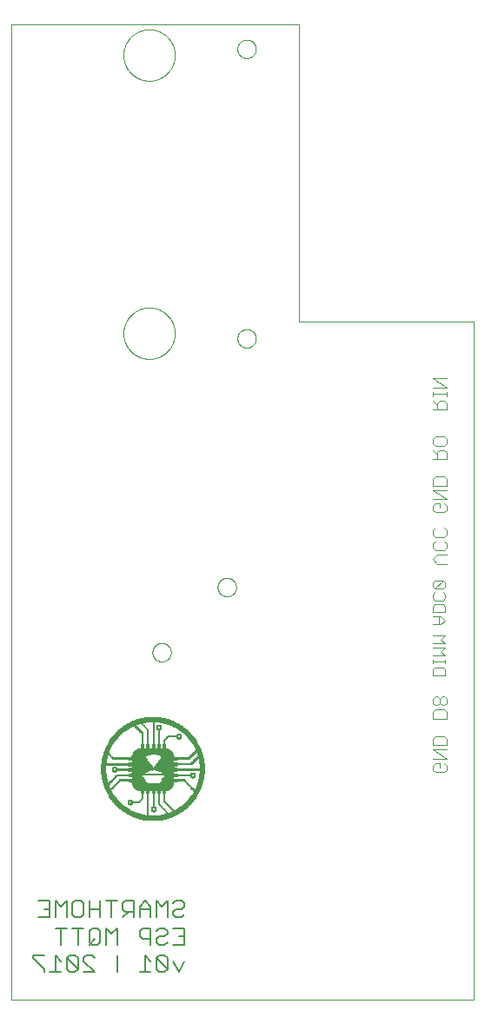
<source format=gbo>
G75*
%MOIN*%
%OFA0B0*%
%FSLAX25Y25*%
%IPPOS*%
%LPD*%
%AMOC8*
5,1,8,0,0,1.08239X$1,22.5*
%
%ADD10C,0.00000*%
%ADD11C,0.00400*%
%ADD12C,0.00600*%
%ADD13R,0.04035X0.00098*%
%ADD14R,0.05610X0.00098*%
%ADD15R,0.06890X0.00098*%
%ADD16R,0.07972X0.00098*%
%ADD17R,0.08858X0.00098*%
%ADD18R,0.09744X0.00098*%
%ADD19R,0.10531X0.00098*%
%ADD20R,0.11122X0.00098*%
%ADD21R,0.11909X0.00098*%
%ADD22R,0.12500X0.00098*%
%ADD23R,0.13091X0.00098*%
%ADD24R,0.13681X0.00098*%
%ADD25R,0.14075X0.00098*%
%ADD26R,0.14665X0.00098*%
%ADD27R,0.15059X0.00098*%
%ADD28R,0.15650X0.00098*%
%ADD29R,0.16043X0.00098*%
%ADD30R,0.16437X0.00098*%
%ADD31R,0.16831X0.00098*%
%ADD32R,0.06791X0.00098*%
%ADD33R,0.07087X0.00098*%
%ADD34R,0.06299X0.00098*%
%ADD35R,0.00689X0.00098*%
%ADD36R,0.05906X0.00098*%
%ADD37R,0.05807X0.00098*%
%ADD38R,0.05512X0.00098*%
%ADD39R,0.05217X0.00098*%
%ADD40R,0.05315X0.00098*%
%ADD41R,0.05020X0.00098*%
%ADD42R,0.05118X0.00098*%
%ADD43R,0.04921X0.00098*%
%ADD44R,0.04724X0.00098*%
%ADD45R,0.04626X0.00098*%
%ADD46R,0.04528X0.00098*%
%ADD47R,0.04331X0.00098*%
%ADD48R,0.04232X0.00098*%
%ADD49R,0.00984X0.00098*%
%ADD50R,0.04134X0.00098*%
%ADD51R,0.03937X0.00098*%
%ADD52R,0.00492X0.00098*%
%ADD53R,0.03839X0.00098*%
%ADD54R,0.01083X0.00098*%
%ADD55R,0.01378X0.00098*%
%ADD56R,0.01575X0.00098*%
%ADD57R,0.03740X0.00098*%
%ADD58R,0.01772X0.00098*%
%ADD59R,0.03642X0.00098*%
%ADD60R,0.01870X0.00098*%
%ADD61R,0.01969X0.00098*%
%ADD62R,0.03543X0.00098*%
%ADD63R,0.00886X0.00098*%
%ADD64R,0.03445X0.00098*%
%ADD65R,0.00787X0.00098*%
%ADD66R,0.03346X0.00098*%
%ADD67R,0.03248X0.00098*%
%ADD68R,0.03150X0.00098*%
%ADD69R,0.02067X0.00098*%
%ADD70R,0.03051X0.00098*%
%ADD71R,0.01673X0.00098*%
%ADD72R,0.01476X0.00098*%
%ADD73R,0.02953X0.00098*%
%ADD74R,0.01280X0.00098*%
%ADD75R,0.02854X0.00098*%
%ADD76R,0.02756X0.00098*%
%ADD77R,0.01181X0.00098*%
%ADD78R,0.02657X0.00098*%
%ADD79R,0.02559X0.00098*%
%ADD80R,0.02461X0.00098*%
%ADD81R,0.02362X0.00098*%
%ADD82R,0.02264X0.00098*%
%ADD83R,0.02165X0.00098*%
%ADD84R,0.12795X0.00098*%
%ADD85R,0.13287X0.00098*%
%ADD86R,0.13484X0.00098*%
%ADD87R,0.13976X0.00098*%
%ADD88R,0.14173X0.00098*%
%ADD89R,0.14370X0.00098*%
%ADD90R,0.14567X0.00098*%
%ADD91R,0.14862X0.00098*%
%ADD92R,0.15256X0.00098*%
%ADD93R,0.15354X0.00098*%
%ADD94R,0.15453X0.00098*%
%ADD95R,0.15748X0.00098*%
%ADD96R,0.15846X0.00098*%
%ADD97R,0.06004X0.00098*%
%ADD98R,0.06496X0.00098*%
%ADD99R,0.06102X0.00098*%
%ADD100R,0.05413X0.00098*%
%ADD101R,0.05709X0.00098*%
%ADD102R,0.06988X0.00098*%
%ADD103R,0.06398X0.00098*%
%ADD104R,0.09646X0.00098*%
%ADD105R,0.10630X0.00098*%
%ADD106R,0.09449X0.00098*%
%ADD107R,0.10433X0.00098*%
%ADD108R,0.09350X0.00098*%
%ADD109R,0.10335X0.00098*%
%ADD110R,0.09154X0.00098*%
%ADD111R,0.10138X0.00098*%
%ADD112R,0.09055X0.00098*%
%ADD113R,0.10039X0.00098*%
%ADD114R,0.09941X0.00098*%
%ADD115R,0.08760X0.00098*%
%ADD116R,0.04429X0.00098*%
%ADD117R,0.04823X0.00098*%
%ADD118R,0.10728X0.00098*%
%ADD119R,0.10236X0.00098*%
%ADD120R,0.29035X0.00098*%
%ADD121R,0.18996X0.00098*%
%ADD122R,0.07579X0.00098*%
%ADD123R,0.07677X0.00098*%
%ADD124R,0.07776X0.00098*%
%ADD125R,0.08465X0.00098*%
%ADD126R,0.18012X0.00098*%
%ADD127R,0.13386X0.00098*%
%ADD128R,0.18898X0.00098*%
%ADD129R,0.00394X0.00098*%
%ADD130R,0.19291X0.00098*%
%ADD131R,0.34055X0.00098*%
%ADD132R,0.34154X0.00098*%
%ADD133R,0.08169X0.00098*%
%ADD134R,0.08071X0.00098*%
%ADD135R,0.07480X0.00098*%
%ADD136R,0.07874X0.00098*%
%ADD137R,0.00591X0.00098*%
%ADD138R,0.07382X0.00098*%
%ADD139R,0.07283X0.00098*%
%ADD140R,0.08661X0.00098*%
%ADD141R,0.08563X0.00098*%
%ADD142R,0.19193X0.00098*%
%ADD143R,0.13878X0.00098*%
%ADD144R,0.19094X0.00098*%
%ADD145R,0.18701X0.00098*%
%ADD146R,0.08366X0.00098*%
%ADD147R,0.08268X0.00098*%
%ADD148R,0.06693X0.00098*%
%ADD149R,0.06201X0.00098*%
%ADD150R,0.06594X0.00098*%
%ADD151R,0.07185X0.00098*%
%ADD152R,0.11417X0.00098*%
%ADD153R,0.13189X0.00098*%
%ADD154R,0.11516X0.00098*%
%ADD155R,0.15551X0.00098*%
%ADD156R,0.14469X0.00098*%
%ADD157R,0.14272X0.00098*%
%ADD158R,0.12992X0.00098*%
%ADD159R,0.12598X0.00098*%
%ADD160R,0.12303X0.00098*%
%ADD161R,0.11713X0.00098*%
D10*
X0001406Y0008882D02*
X0001406Y0382898D01*
X0111643Y0382898D01*
X0111643Y0268725D01*
X0178572Y0268725D01*
X0178572Y0008882D01*
X0001406Y0008882D01*
X0055435Y0142051D02*
X0055437Y0142170D01*
X0055443Y0142288D01*
X0055453Y0142406D01*
X0055467Y0142524D01*
X0055484Y0142641D01*
X0055506Y0142758D01*
X0055532Y0142874D01*
X0055561Y0142989D01*
X0055594Y0143103D01*
X0055631Y0143215D01*
X0055672Y0143327D01*
X0055717Y0143437D01*
X0055765Y0143545D01*
X0055817Y0143652D01*
X0055872Y0143757D01*
X0055931Y0143860D01*
X0055993Y0143961D01*
X0056058Y0144060D01*
X0056127Y0144157D01*
X0056199Y0144251D01*
X0056274Y0144343D01*
X0056352Y0144432D01*
X0056433Y0144519D01*
X0056517Y0144603D01*
X0056604Y0144684D01*
X0056693Y0144762D01*
X0056785Y0144837D01*
X0056879Y0144909D01*
X0056976Y0144978D01*
X0057075Y0145043D01*
X0057176Y0145105D01*
X0057279Y0145164D01*
X0057384Y0145219D01*
X0057491Y0145271D01*
X0057599Y0145319D01*
X0057709Y0145364D01*
X0057821Y0145405D01*
X0057933Y0145442D01*
X0058047Y0145475D01*
X0058162Y0145504D01*
X0058278Y0145530D01*
X0058395Y0145552D01*
X0058512Y0145569D01*
X0058630Y0145583D01*
X0058748Y0145593D01*
X0058866Y0145599D01*
X0058985Y0145601D01*
X0059104Y0145599D01*
X0059222Y0145593D01*
X0059340Y0145583D01*
X0059458Y0145569D01*
X0059575Y0145552D01*
X0059692Y0145530D01*
X0059808Y0145504D01*
X0059923Y0145475D01*
X0060037Y0145442D01*
X0060149Y0145405D01*
X0060261Y0145364D01*
X0060371Y0145319D01*
X0060479Y0145271D01*
X0060586Y0145219D01*
X0060691Y0145164D01*
X0060794Y0145105D01*
X0060895Y0145043D01*
X0060994Y0144978D01*
X0061091Y0144909D01*
X0061185Y0144837D01*
X0061277Y0144762D01*
X0061366Y0144684D01*
X0061453Y0144603D01*
X0061537Y0144519D01*
X0061618Y0144432D01*
X0061696Y0144343D01*
X0061771Y0144251D01*
X0061843Y0144157D01*
X0061912Y0144060D01*
X0061977Y0143961D01*
X0062039Y0143860D01*
X0062098Y0143757D01*
X0062153Y0143652D01*
X0062205Y0143545D01*
X0062253Y0143437D01*
X0062298Y0143327D01*
X0062339Y0143215D01*
X0062376Y0143103D01*
X0062409Y0142989D01*
X0062438Y0142874D01*
X0062464Y0142758D01*
X0062486Y0142641D01*
X0062503Y0142524D01*
X0062517Y0142406D01*
X0062527Y0142288D01*
X0062533Y0142170D01*
X0062535Y0142051D01*
X0062533Y0141932D01*
X0062527Y0141814D01*
X0062517Y0141696D01*
X0062503Y0141578D01*
X0062486Y0141461D01*
X0062464Y0141344D01*
X0062438Y0141228D01*
X0062409Y0141113D01*
X0062376Y0140999D01*
X0062339Y0140887D01*
X0062298Y0140775D01*
X0062253Y0140665D01*
X0062205Y0140557D01*
X0062153Y0140450D01*
X0062098Y0140345D01*
X0062039Y0140242D01*
X0061977Y0140141D01*
X0061912Y0140042D01*
X0061843Y0139945D01*
X0061771Y0139851D01*
X0061696Y0139759D01*
X0061618Y0139670D01*
X0061537Y0139583D01*
X0061453Y0139499D01*
X0061366Y0139418D01*
X0061277Y0139340D01*
X0061185Y0139265D01*
X0061091Y0139193D01*
X0060994Y0139124D01*
X0060895Y0139059D01*
X0060794Y0138997D01*
X0060691Y0138938D01*
X0060586Y0138883D01*
X0060479Y0138831D01*
X0060371Y0138783D01*
X0060261Y0138738D01*
X0060149Y0138697D01*
X0060037Y0138660D01*
X0059923Y0138627D01*
X0059808Y0138598D01*
X0059692Y0138572D01*
X0059575Y0138550D01*
X0059458Y0138533D01*
X0059340Y0138519D01*
X0059222Y0138509D01*
X0059104Y0138503D01*
X0058985Y0138501D01*
X0058866Y0138503D01*
X0058748Y0138509D01*
X0058630Y0138519D01*
X0058512Y0138533D01*
X0058395Y0138550D01*
X0058278Y0138572D01*
X0058162Y0138598D01*
X0058047Y0138627D01*
X0057933Y0138660D01*
X0057821Y0138697D01*
X0057709Y0138738D01*
X0057599Y0138783D01*
X0057491Y0138831D01*
X0057384Y0138883D01*
X0057279Y0138938D01*
X0057176Y0138997D01*
X0057075Y0139059D01*
X0056976Y0139124D01*
X0056879Y0139193D01*
X0056785Y0139265D01*
X0056693Y0139340D01*
X0056604Y0139418D01*
X0056517Y0139499D01*
X0056433Y0139583D01*
X0056352Y0139670D01*
X0056274Y0139759D01*
X0056199Y0139851D01*
X0056127Y0139945D01*
X0056058Y0140042D01*
X0055993Y0140141D01*
X0055931Y0140242D01*
X0055872Y0140345D01*
X0055817Y0140450D01*
X0055765Y0140557D01*
X0055717Y0140665D01*
X0055672Y0140775D01*
X0055631Y0140887D01*
X0055594Y0140999D01*
X0055561Y0141113D01*
X0055532Y0141228D01*
X0055506Y0141344D01*
X0055484Y0141461D01*
X0055467Y0141578D01*
X0055453Y0141696D01*
X0055443Y0141814D01*
X0055437Y0141932D01*
X0055435Y0142051D01*
X0080435Y0167051D02*
X0080437Y0167170D01*
X0080443Y0167288D01*
X0080453Y0167406D01*
X0080467Y0167524D01*
X0080484Y0167641D01*
X0080506Y0167758D01*
X0080532Y0167874D01*
X0080561Y0167989D01*
X0080594Y0168103D01*
X0080631Y0168215D01*
X0080672Y0168327D01*
X0080717Y0168437D01*
X0080765Y0168545D01*
X0080817Y0168652D01*
X0080872Y0168757D01*
X0080931Y0168860D01*
X0080993Y0168961D01*
X0081058Y0169060D01*
X0081127Y0169157D01*
X0081199Y0169251D01*
X0081274Y0169343D01*
X0081352Y0169432D01*
X0081433Y0169519D01*
X0081517Y0169603D01*
X0081604Y0169684D01*
X0081693Y0169762D01*
X0081785Y0169837D01*
X0081879Y0169909D01*
X0081976Y0169978D01*
X0082075Y0170043D01*
X0082176Y0170105D01*
X0082279Y0170164D01*
X0082384Y0170219D01*
X0082491Y0170271D01*
X0082599Y0170319D01*
X0082709Y0170364D01*
X0082821Y0170405D01*
X0082933Y0170442D01*
X0083047Y0170475D01*
X0083162Y0170504D01*
X0083278Y0170530D01*
X0083395Y0170552D01*
X0083512Y0170569D01*
X0083630Y0170583D01*
X0083748Y0170593D01*
X0083866Y0170599D01*
X0083985Y0170601D01*
X0084104Y0170599D01*
X0084222Y0170593D01*
X0084340Y0170583D01*
X0084458Y0170569D01*
X0084575Y0170552D01*
X0084692Y0170530D01*
X0084808Y0170504D01*
X0084923Y0170475D01*
X0085037Y0170442D01*
X0085149Y0170405D01*
X0085261Y0170364D01*
X0085371Y0170319D01*
X0085479Y0170271D01*
X0085586Y0170219D01*
X0085691Y0170164D01*
X0085794Y0170105D01*
X0085895Y0170043D01*
X0085994Y0169978D01*
X0086091Y0169909D01*
X0086185Y0169837D01*
X0086277Y0169762D01*
X0086366Y0169684D01*
X0086453Y0169603D01*
X0086537Y0169519D01*
X0086618Y0169432D01*
X0086696Y0169343D01*
X0086771Y0169251D01*
X0086843Y0169157D01*
X0086912Y0169060D01*
X0086977Y0168961D01*
X0087039Y0168860D01*
X0087098Y0168757D01*
X0087153Y0168652D01*
X0087205Y0168545D01*
X0087253Y0168437D01*
X0087298Y0168327D01*
X0087339Y0168215D01*
X0087376Y0168103D01*
X0087409Y0167989D01*
X0087438Y0167874D01*
X0087464Y0167758D01*
X0087486Y0167641D01*
X0087503Y0167524D01*
X0087517Y0167406D01*
X0087527Y0167288D01*
X0087533Y0167170D01*
X0087535Y0167051D01*
X0087533Y0166932D01*
X0087527Y0166814D01*
X0087517Y0166696D01*
X0087503Y0166578D01*
X0087486Y0166461D01*
X0087464Y0166344D01*
X0087438Y0166228D01*
X0087409Y0166113D01*
X0087376Y0165999D01*
X0087339Y0165887D01*
X0087298Y0165775D01*
X0087253Y0165665D01*
X0087205Y0165557D01*
X0087153Y0165450D01*
X0087098Y0165345D01*
X0087039Y0165242D01*
X0086977Y0165141D01*
X0086912Y0165042D01*
X0086843Y0164945D01*
X0086771Y0164851D01*
X0086696Y0164759D01*
X0086618Y0164670D01*
X0086537Y0164583D01*
X0086453Y0164499D01*
X0086366Y0164418D01*
X0086277Y0164340D01*
X0086185Y0164265D01*
X0086091Y0164193D01*
X0085994Y0164124D01*
X0085895Y0164059D01*
X0085794Y0163997D01*
X0085691Y0163938D01*
X0085586Y0163883D01*
X0085479Y0163831D01*
X0085371Y0163783D01*
X0085261Y0163738D01*
X0085149Y0163697D01*
X0085037Y0163660D01*
X0084923Y0163627D01*
X0084808Y0163598D01*
X0084692Y0163572D01*
X0084575Y0163550D01*
X0084458Y0163533D01*
X0084340Y0163519D01*
X0084222Y0163509D01*
X0084104Y0163503D01*
X0083985Y0163501D01*
X0083866Y0163503D01*
X0083748Y0163509D01*
X0083630Y0163519D01*
X0083512Y0163533D01*
X0083395Y0163550D01*
X0083278Y0163572D01*
X0083162Y0163598D01*
X0083047Y0163627D01*
X0082933Y0163660D01*
X0082821Y0163697D01*
X0082709Y0163738D01*
X0082599Y0163783D01*
X0082491Y0163831D01*
X0082384Y0163883D01*
X0082279Y0163938D01*
X0082176Y0163997D01*
X0082075Y0164059D01*
X0081976Y0164124D01*
X0081879Y0164193D01*
X0081785Y0164265D01*
X0081693Y0164340D01*
X0081604Y0164418D01*
X0081517Y0164499D01*
X0081433Y0164583D01*
X0081352Y0164670D01*
X0081274Y0164759D01*
X0081199Y0164851D01*
X0081127Y0164945D01*
X0081058Y0165042D01*
X0080993Y0165141D01*
X0080931Y0165242D01*
X0080872Y0165345D01*
X0080817Y0165450D01*
X0080765Y0165557D01*
X0080717Y0165665D01*
X0080672Y0165775D01*
X0080631Y0165887D01*
X0080594Y0165999D01*
X0080561Y0166113D01*
X0080532Y0166228D01*
X0080506Y0166344D01*
X0080484Y0166461D01*
X0080467Y0166578D01*
X0080453Y0166696D01*
X0080443Y0166814D01*
X0080437Y0166932D01*
X0080435Y0167051D01*
X0088021Y0262425D02*
X0088023Y0262543D01*
X0088029Y0262662D01*
X0088039Y0262780D01*
X0088053Y0262897D01*
X0088070Y0263014D01*
X0088092Y0263131D01*
X0088118Y0263246D01*
X0088147Y0263361D01*
X0088180Y0263475D01*
X0088217Y0263587D01*
X0088258Y0263698D01*
X0088302Y0263808D01*
X0088350Y0263916D01*
X0088402Y0264023D01*
X0088457Y0264128D01*
X0088516Y0264231D01*
X0088578Y0264331D01*
X0088643Y0264430D01*
X0088712Y0264527D01*
X0088783Y0264621D01*
X0088858Y0264712D01*
X0088936Y0264802D01*
X0089017Y0264888D01*
X0089101Y0264972D01*
X0089187Y0265053D01*
X0089277Y0265131D01*
X0089368Y0265206D01*
X0089462Y0265277D01*
X0089559Y0265346D01*
X0089658Y0265411D01*
X0089758Y0265473D01*
X0089861Y0265532D01*
X0089966Y0265587D01*
X0090073Y0265639D01*
X0090181Y0265687D01*
X0090291Y0265731D01*
X0090402Y0265772D01*
X0090514Y0265809D01*
X0090628Y0265842D01*
X0090743Y0265871D01*
X0090858Y0265897D01*
X0090975Y0265919D01*
X0091092Y0265936D01*
X0091209Y0265950D01*
X0091327Y0265960D01*
X0091446Y0265966D01*
X0091564Y0265968D01*
X0091682Y0265966D01*
X0091801Y0265960D01*
X0091919Y0265950D01*
X0092036Y0265936D01*
X0092153Y0265919D01*
X0092270Y0265897D01*
X0092385Y0265871D01*
X0092500Y0265842D01*
X0092614Y0265809D01*
X0092726Y0265772D01*
X0092837Y0265731D01*
X0092947Y0265687D01*
X0093055Y0265639D01*
X0093162Y0265587D01*
X0093267Y0265532D01*
X0093370Y0265473D01*
X0093470Y0265411D01*
X0093569Y0265346D01*
X0093666Y0265277D01*
X0093760Y0265206D01*
X0093851Y0265131D01*
X0093941Y0265053D01*
X0094027Y0264972D01*
X0094111Y0264888D01*
X0094192Y0264802D01*
X0094270Y0264712D01*
X0094345Y0264621D01*
X0094416Y0264527D01*
X0094485Y0264430D01*
X0094550Y0264331D01*
X0094612Y0264231D01*
X0094671Y0264128D01*
X0094726Y0264023D01*
X0094778Y0263916D01*
X0094826Y0263808D01*
X0094870Y0263698D01*
X0094911Y0263587D01*
X0094948Y0263475D01*
X0094981Y0263361D01*
X0095010Y0263246D01*
X0095036Y0263131D01*
X0095058Y0263014D01*
X0095075Y0262897D01*
X0095089Y0262780D01*
X0095099Y0262662D01*
X0095105Y0262543D01*
X0095107Y0262425D01*
X0095105Y0262307D01*
X0095099Y0262188D01*
X0095089Y0262070D01*
X0095075Y0261953D01*
X0095058Y0261836D01*
X0095036Y0261719D01*
X0095010Y0261604D01*
X0094981Y0261489D01*
X0094948Y0261375D01*
X0094911Y0261263D01*
X0094870Y0261152D01*
X0094826Y0261042D01*
X0094778Y0260934D01*
X0094726Y0260827D01*
X0094671Y0260722D01*
X0094612Y0260619D01*
X0094550Y0260519D01*
X0094485Y0260420D01*
X0094416Y0260323D01*
X0094345Y0260229D01*
X0094270Y0260138D01*
X0094192Y0260048D01*
X0094111Y0259962D01*
X0094027Y0259878D01*
X0093941Y0259797D01*
X0093851Y0259719D01*
X0093760Y0259644D01*
X0093666Y0259573D01*
X0093569Y0259504D01*
X0093470Y0259439D01*
X0093370Y0259377D01*
X0093267Y0259318D01*
X0093162Y0259263D01*
X0093055Y0259211D01*
X0092947Y0259163D01*
X0092837Y0259119D01*
X0092726Y0259078D01*
X0092614Y0259041D01*
X0092500Y0259008D01*
X0092385Y0258979D01*
X0092270Y0258953D01*
X0092153Y0258931D01*
X0092036Y0258914D01*
X0091919Y0258900D01*
X0091801Y0258890D01*
X0091682Y0258884D01*
X0091564Y0258882D01*
X0091446Y0258884D01*
X0091327Y0258890D01*
X0091209Y0258900D01*
X0091092Y0258914D01*
X0090975Y0258931D01*
X0090858Y0258953D01*
X0090743Y0258979D01*
X0090628Y0259008D01*
X0090514Y0259041D01*
X0090402Y0259078D01*
X0090291Y0259119D01*
X0090181Y0259163D01*
X0090073Y0259211D01*
X0089966Y0259263D01*
X0089861Y0259318D01*
X0089758Y0259377D01*
X0089658Y0259439D01*
X0089559Y0259504D01*
X0089462Y0259573D01*
X0089368Y0259644D01*
X0089277Y0259719D01*
X0089187Y0259797D01*
X0089101Y0259878D01*
X0089017Y0259962D01*
X0088936Y0260048D01*
X0088858Y0260138D01*
X0088783Y0260229D01*
X0088712Y0260323D01*
X0088643Y0260420D01*
X0088578Y0260519D01*
X0088516Y0260619D01*
X0088457Y0260722D01*
X0088402Y0260827D01*
X0088350Y0260934D01*
X0088302Y0261042D01*
X0088258Y0261152D01*
X0088217Y0261263D01*
X0088180Y0261375D01*
X0088147Y0261489D01*
X0088118Y0261604D01*
X0088092Y0261719D01*
X0088070Y0261836D01*
X0088053Y0261953D01*
X0088039Y0262070D01*
X0088029Y0262188D01*
X0088023Y0262307D01*
X0088021Y0262425D01*
X0044319Y0264394D02*
X0044322Y0264636D01*
X0044331Y0264877D01*
X0044346Y0265118D01*
X0044366Y0265359D01*
X0044393Y0265599D01*
X0044426Y0265838D01*
X0044464Y0266077D01*
X0044508Y0266314D01*
X0044558Y0266551D01*
X0044614Y0266786D01*
X0044676Y0267019D01*
X0044743Y0267251D01*
X0044816Y0267482D01*
X0044894Y0267710D01*
X0044979Y0267936D01*
X0045068Y0268161D01*
X0045163Y0268383D01*
X0045264Y0268602D01*
X0045370Y0268820D01*
X0045481Y0269034D01*
X0045598Y0269246D01*
X0045719Y0269454D01*
X0045846Y0269660D01*
X0045978Y0269862D01*
X0046115Y0270062D01*
X0046256Y0270257D01*
X0046402Y0270450D01*
X0046553Y0270638D01*
X0046709Y0270823D01*
X0046869Y0271004D01*
X0047033Y0271181D01*
X0047202Y0271354D01*
X0047375Y0271523D01*
X0047552Y0271687D01*
X0047733Y0271847D01*
X0047918Y0272003D01*
X0048106Y0272154D01*
X0048299Y0272300D01*
X0048494Y0272441D01*
X0048694Y0272578D01*
X0048896Y0272710D01*
X0049102Y0272837D01*
X0049310Y0272958D01*
X0049522Y0273075D01*
X0049736Y0273186D01*
X0049954Y0273292D01*
X0050173Y0273393D01*
X0050395Y0273488D01*
X0050620Y0273577D01*
X0050846Y0273662D01*
X0051074Y0273740D01*
X0051305Y0273813D01*
X0051537Y0273880D01*
X0051770Y0273942D01*
X0052005Y0273998D01*
X0052242Y0274048D01*
X0052479Y0274092D01*
X0052718Y0274130D01*
X0052957Y0274163D01*
X0053197Y0274190D01*
X0053438Y0274210D01*
X0053679Y0274225D01*
X0053920Y0274234D01*
X0054162Y0274237D01*
X0054404Y0274234D01*
X0054645Y0274225D01*
X0054886Y0274210D01*
X0055127Y0274190D01*
X0055367Y0274163D01*
X0055606Y0274130D01*
X0055845Y0274092D01*
X0056082Y0274048D01*
X0056319Y0273998D01*
X0056554Y0273942D01*
X0056787Y0273880D01*
X0057019Y0273813D01*
X0057250Y0273740D01*
X0057478Y0273662D01*
X0057704Y0273577D01*
X0057929Y0273488D01*
X0058151Y0273393D01*
X0058370Y0273292D01*
X0058588Y0273186D01*
X0058802Y0273075D01*
X0059014Y0272958D01*
X0059222Y0272837D01*
X0059428Y0272710D01*
X0059630Y0272578D01*
X0059830Y0272441D01*
X0060025Y0272300D01*
X0060218Y0272154D01*
X0060406Y0272003D01*
X0060591Y0271847D01*
X0060772Y0271687D01*
X0060949Y0271523D01*
X0061122Y0271354D01*
X0061291Y0271181D01*
X0061455Y0271004D01*
X0061615Y0270823D01*
X0061771Y0270638D01*
X0061922Y0270450D01*
X0062068Y0270257D01*
X0062209Y0270062D01*
X0062346Y0269862D01*
X0062478Y0269660D01*
X0062605Y0269454D01*
X0062726Y0269246D01*
X0062843Y0269034D01*
X0062954Y0268820D01*
X0063060Y0268602D01*
X0063161Y0268383D01*
X0063256Y0268161D01*
X0063345Y0267936D01*
X0063430Y0267710D01*
X0063508Y0267482D01*
X0063581Y0267251D01*
X0063648Y0267019D01*
X0063710Y0266786D01*
X0063766Y0266551D01*
X0063816Y0266314D01*
X0063860Y0266077D01*
X0063898Y0265838D01*
X0063931Y0265599D01*
X0063958Y0265359D01*
X0063978Y0265118D01*
X0063993Y0264877D01*
X0064002Y0264636D01*
X0064005Y0264394D01*
X0064002Y0264152D01*
X0063993Y0263911D01*
X0063978Y0263670D01*
X0063958Y0263429D01*
X0063931Y0263189D01*
X0063898Y0262950D01*
X0063860Y0262711D01*
X0063816Y0262474D01*
X0063766Y0262237D01*
X0063710Y0262002D01*
X0063648Y0261769D01*
X0063581Y0261537D01*
X0063508Y0261306D01*
X0063430Y0261078D01*
X0063345Y0260852D01*
X0063256Y0260627D01*
X0063161Y0260405D01*
X0063060Y0260186D01*
X0062954Y0259968D01*
X0062843Y0259754D01*
X0062726Y0259542D01*
X0062605Y0259334D01*
X0062478Y0259128D01*
X0062346Y0258926D01*
X0062209Y0258726D01*
X0062068Y0258531D01*
X0061922Y0258338D01*
X0061771Y0258150D01*
X0061615Y0257965D01*
X0061455Y0257784D01*
X0061291Y0257607D01*
X0061122Y0257434D01*
X0060949Y0257265D01*
X0060772Y0257101D01*
X0060591Y0256941D01*
X0060406Y0256785D01*
X0060218Y0256634D01*
X0060025Y0256488D01*
X0059830Y0256347D01*
X0059630Y0256210D01*
X0059428Y0256078D01*
X0059222Y0255951D01*
X0059014Y0255830D01*
X0058802Y0255713D01*
X0058588Y0255602D01*
X0058370Y0255496D01*
X0058151Y0255395D01*
X0057929Y0255300D01*
X0057704Y0255211D01*
X0057478Y0255126D01*
X0057250Y0255048D01*
X0057019Y0254975D01*
X0056787Y0254908D01*
X0056554Y0254846D01*
X0056319Y0254790D01*
X0056082Y0254740D01*
X0055845Y0254696D01*
X0055606Y0254658D01*
X0055367Y0254625D01*
X0055127Y0254598D01*
X0054886Y0254578D01*
X0054645Y0254563D01*
X0054404Y0254554D01*
X0054162Y0254551D01*
X0053920Y0254554D01*
X0053679Y0254563D01*
X0053438Y0254578D01*
X0053197Y0254598D01*
X0052957Y0254625D01*
X0052718Y0254658D01*
X0052479Y0254696D01*
X0052242Y0254740D01*
X0052005Y0254790D01*
X0051770Y0254846D01*
X0051537Y0254908D01*
X0051305Y0254975D01*
X0051074Y0255048D01*
X0050846Y0255126D01*
X0050620Y0255211D01*
X0050395Y0255300D01*
X0050173Y0255395D01*
X0049954Y0255496D01*
X0049736Y0255602D01*
X0049522Y0255713D01*
X0049310Y0255830D01*
X0049102Y0255951D01*
X0048896Y0256078D01*
X0048694Y0256210D01*
X0048494Y0256347D01*
X0048299Y0256488D01*
X0048106Y0256634D01*
X0047918Y0256785D01*
X0047733Y0256941D01*
X0047552Y0257101D01*
X0047375Y0257265D01*
X0047202Y0257434D01*
X0047033Y0257607D01*
X0046869Y0257784D01*
X0046709Y0257965D01*
X0046553Y0258150D01*
X0046402Y0258338D01*
X0046256Y0258531D01*
X0046115Y0258726D01*
X0045978Y0258926D01*
X0045846Y0259128D01*
X0045719Y0259334D01*
X0045598Y0259542D01*
X0045481Y0259754D01*
X0045370Y0259968D01*
X0045264Y0260186D01*
X0045163Y0260405D01*
X0045068Y0260627D01*
X0044979Y0260852D01*
X0044894Y0261078D01*
X0044816Y0261306D01*
X0044743Y0261537D01*
X0044676Y0261769D01*
X0044614Y0262002D01*
X0044558Y0262237D01*
X0044508Y0262474D01*
X0044464Y0262711D01*
X0044426Y0262950D01*
X0044393Y0263189D01*
X0044366Y0263429D01*
X0044346Y0263670D01*
X0044331Y0263911D01*
X0044322Y0264152D01*
X0044319Y0264394D01*
X0044319Y0371087D02*
X0044322Y0371329D01*
X0044331Y0371570D01*
X0044346Y0371811D01*
X0044366Y0372052D01*
X0044393Y0372292D01*
X0044426Y0372531D01*
X0044464Y0372770D01*
X0044508Y0373007D01*
X0044558Y0373244D01*
X0044614Y0373479D01*
X0044676Y0373712D01*
X0044743Y0373944D01*
X0044816Y0374175D01*
X0044894Y0374403D01*
X0044979Y0374629D01*
X0045068Y0374854D01*
X0045163Y0375076D01*
X0045264Y0375295D01*
X0045370Y0375513D01*
X0045481Y0375727D01*
X0045598Y0375939D01*
X0045719Y0376147D01*
X0045846Y0376353D01*
X0045978Y0376555D01*
X0046115Y0376755D01*
X0046256Y0376950D01*
X0046402Y0377143D01*
X0046553Y0377331D01*
X0046709Y0377516D01*
X0046869Y0377697D01*
X0047033Y0377874D01*
X0047202Y0378047D01*
X0047375Y0378216D01*
X0047552Y0378380D01*
X0047733Y0378540D01*
X0047918Y0378696D01*
X0048106Y0378847D01*
X0048299Y0378993D01*
X0048494Y0379134D01*
X0048694Y0379271D01*
X0048896Y0379403D01*
X0049102Y0379530D01*
X0049310Y0379651D01*
X0049522Y0379768D01*
X0049736Y0379879D01*
X0049954Y0379985D01*
X0050173Y0380086D01*
X0050395Y0380181D01*
X0050620Y0380270D01*
X0050846Y0380355D01*
X0051074Y0380433D01*
X0051305Y0380506D01*
X0051537Y0380573D01*
X0051770Y0380635D01*
X0052005Y0380691D01*
X0052242Y0380741D01*
X0052479Y0380785D01*
X0052718Y0380823D01*
X0052957Y0380856D01*
X0053197Y0380883D01*
X0053438Y0380903D01*
X0053679Y0380918D01*
X0053920Y0380927D01*
X0054162Y0380930D01*
X0054404Y0380927D01*
X0054645Y0380918D01*
X0054886Y0380903D01*
X0055127Y0380883D01*
X0055367Y0380856D01*
X0055606Y0380823D01*
X0055845Y0380785D01*
X0056082Y0380741D01*
X0056319Y0380691D01*
X0056554Y0380635D01*
X0056787Y0380573D01*
X0057019Y0380506D01*
X0057250Y0380433D01*
X0057478Y0380355D01*
X0057704Y0380270D01*
X0057929Y0380181D01*
X0058151Y0380086D01*
X0058370Y0379985D01*
X0058588Y0379879D01*
X0058802Y0379768D01*
X0059014Y0379651D01*
X0059222Y0379530D01*
X0059428Y0379403D01*
X0059630Y0379271D01*
X0059830Y0379134D01*
X0060025Y0378993D01*
X0060218Y0378847D01*
X0060406Y0378696D01*
X0060591Y0378540D01*
X0060772Y0378380D01*
X0060949Y0378216D01*
X0061122Y0378047D01*
X0061291Y0377874D01*
X0061455Y0377697D01*
X0061615Y0377516D01*
X0061771Y0377331D01*
X0061922Y0377143D01*
X0062068Y0376950D01*
X0062209Y0376755D01*
X0062346Y0376555D01*
X0062478Y0376353D01*
X0062605Y0376147D01*
X0062726Y0375939D01*
X0062843Y0375727D01*
X0062954Y0375513D01*
X0063060Y0375295D01*
X0063161Y0375076D01*
X0063256Y0374854D01*
X0063345Y0374629D01*
X0063430Y0374403D01*
X0063508Y0374175D01*
X0063581Y0373944D01*
X0063648Y0373712D01*
X0063710Y0373479D01*
X0063766Y0373244D01*
X0063816Y0373007D01*
X0063860Y0372770D01*
X0063898Y0372531D01*
X0063931Y0372292D01*
X0063958Y0372052D01*
X0063978Y0371811D01*
X0063993Y0371570D01*
X0064002Y0371329D01*
X0064005Y0371087D01*
X0064002Y0370845D01*
X0063993Y0370604D01*
X0063978Y0370363D01*
X0063958Y0370122D01*
X0063931Y0369882D01*
X0063898Y0369643D01*
X0063860Y0369404D01*
X0063816Y0369167D01*
X0063766Y0368930D01*
X0063710Y0368695D01*
X0063648Y0368462D01*
X0063581Y0368230D01*
X0063508Y0367999D01*
X0063430Y0367771D01*
X0063345Y0367545D01*
X0063256Y0367320D01*
X0063161Y0367098D01*
X0063060Y0366879D01*
X0062954Y0366661D01*
X0062843Y0366447D01*
X0062726Y0366235D01*
X0062605Y0366027D01*
X0062478Y0365821D01*
X0062346Y0365619D01*
X0062209Y0365419D01*
X0062068Y0365224D01*
X0061922Y0365031D01*
X0061771Y0364843D01*
X0061615Y0364658D01*
X0061455Y0364477D01*
X0061291Y0364300D01*
X0061122Y0364127D01*
X0060949Y0363958D01*
X0060772Y0363794D01*
X0060591Y0363634D01*
X0060406Y0363478D01*
X0060218Y0363327D01*
X0060025Y0363181D01*
X0059830Y0363040D01*
X0059630Y0362903D01*
X0059428Y0362771D01*
X0059222Y0362644D01*
X0059014Y0362523D01*
X0058802Y0362406D01*
X0058588Y0362295D01*
X0058370Y0362189D01*
X0058151Y0362088D01*
X0057929Y0361993D01*
X0057704Y0361904D01*
X0057478Y0361819D01*
X0057250Y0361741D01*
X0057019Y0361668D01*
X0056787Y0361601D01*
X0056554Y0361539D01*
X0056319Y0361483D01*
X0056082Y0361433D01*
X0055845Y0361389D01*
X0055606Y0361351D01*
X0055367Y0361318D01*
X0055127Y0361291D01*
X0054886Y0361271D01*
X0054645Y0361256D01*
X0054404Y0361247D01*
X0054162Y0361244D01*
X0053920Y0361247D01*
X0053679Y0361256D01*
X0053438Y0361271D01*
X0053197Y0361291D01*
X0052957Y0361318D01*
X0052718Y0361351D01*
X0052479Y0361389D01*
X0052242Y0361433D01*
X0052005Y0361483D01*
X0051770Y0361539D01*
X0051537Y0361601D01*
X0051305Y0361668D01*
X0051074Y0361741D01*
X0050846Y0361819D01*
X0050620Y0361904D01*
X0050395Y0361993D01*
X0050173Y0362088D01*
X0049954Y0362189D01*
X0049736Y0362295D01*
X0049522Y0362406D01*
X0049310Y0362523D01*
X0049102Y0362644D01*
X0048896Y0362771D01*
X0048694Y0362903D01*
X0048494Y0363040D01*
X0048299Y0363181D01*
X0048106Y0363327D01*
X0047918Y0363478D01*
X0047733Y0363634D01*
X0047552Y0363794D01*
X0047375Y0363958D01*
X0047202Y0364127D01*
X0047033Y0364300D01*
X0046869Y0364477D01*
X0046709Y0364658D01*
X0046553Y0364843D01*
X0046402Y0365031D01*
X0046256Y0365224D01*
X0046115Y0365419D01*
X0045978Y0365619D01*
X0045846Y0365821D01*
X0045719Y0366027D01*
X0045598Y0366235D01*
X0045481Y0366447D01*
X0045370Y0366661D01*
X0045264Y0366879D01*
X0045163Y0367098D01*
X0045068Y0367320D01*
X0044979Y0367545D01*
X0044894Y0367771D01*
X0044816Y0367999D01*
X0044743Y0368230D01*
X0044676Y0368462D01*
X0044614Y0368695D01*
X0044558Y0368930D01*
X0044508Y0369167D01*
X0044464Y0369404D01*
X0044426Y0369643D01*
X0044393Y0369882D01*
X0044366Y0370122D01*
X0044346Y0370363D01*
X0044331Y0370604D01*
X0044322Y0370845D01*
X0044319Y0371087D01*
X0088021Y0373449D02*
X0088023Y0373567D01*
X0088029Y0373686D01*
X0088039Y0373804D01*
X0088053Y0373921D01*
X0088070Y0374038D01*
X0088092Y0374155D01*
X0088118Y0374270D01*
X0088147Y0374385D01*
X0088180Y0374499D01*
X0088217Y0374611D01*
X0088258Y0374722D01*
X0088302Y0374832D01*
X0088350Y0374940D01*
X0088402Y0375047D01*
X0088457Y0375152D01*
X0088516Y0375255D01*
X0088578Y0375355D01*
X0088643Y0375454D01*
X0088712Y0375551D01*
X0088783Y0375645D01*
X0088858Y0375736D01*
X0088936Y0375826D01*
X0089017Y0375912D01*
X0089101Y0375996D01*
X0089187Y0376077D01*
X0089277Y0376155D01*
X0089368Y0376230D01*
X0089462Y0376301D01*
X0089559Y0376370D01*
X0089658Y0376435D01*
X0089758Y0376497D01*
X0089861Y0376556D01*
X0089966Y0376611D01*
X0090073Y0376663D01*
X0090181Y0376711D01*
X0090291Y0376755D01*
X0090402Y0376796D01*
X0090514Y0376833D01*
X0090628Y0376866D01*
X0090743Y0376895D01*
X0090858Y0376921D01*
X0090975Y0376943D01*
X0091092Y0376960D01*
X0091209Y0376974D01*
X0091327Y0376984D01*
X0091446Y0376990D01*
X0091564Y0376992D01*
X0091682Y0376990D01*
X0091801Y0376984D01*
X0091919Y0376974D01*
X0092036Y0376960D01*
X0092153Y0376943D01*
X0092270Y0376921D01*
X0092385Y0376895D01*
X0092500Y0376866D01*
X0092614Y0376833D01*
X0092726Y0376796D01*
X0092837Y0376755D01*
X0092947Y0376711D01*
X0093055Y0376663D01*
X0093162Y0376611D01*
X0093267Y0376556D01*
X0093370Y0376497D01*
X0093470Y0376435D01*
X0093569Y0376370D01*
X0093666Y0376301D01*
X0093760Y0376230D01*
X0093851Y0376155D01*
X0093941Y0376077D01*
X0094027Y0375996D01*
X0094111Y0375912D01*
X0094192Y0375826D01*
X0094270Y0375736D01*
X0094345Y0375645D01*
X0094416Y0375551D01*
X0094485Y0375454D01*
X0094550Y0375355D01*
X0094612Y0375255D01*
X0094671Y0375152D01*
X0094726Y0375047D01*
X0094778Y0374940D01*
X0094826Y0374832D01*
X0094870Y0374722D01*
X0094911Y0374611D01*
X0094948Y0374499D01*
X0094981Y0374385D01*
X0095010Y0374270D01*
X0095036Y0374155D01*
X0095058Y0374038D01*
X0095075Y0373921D01*
X0095089Y0373804D01*
X0095099Y0373686D01*
X0095105Y0373567D01*
X0095107Y0373449D01*
X0095105Y0373331D01*
X0095099Y0373212D01*
X0095089Y0373094D01*
X0095075Y0372977D01*
X0095058Y0372860D01*
X0095036Y0372743D01*
X0095010Y0372628D01*
X0094981Y0372513D01*
X0094948Y0372399D01*
X0094911Y0372287D01*
X0094870Y0372176D01*
X0094826Y0372066D01*
X0094778Y0371958D01*
X0094726Y0371851D01*
X0094671Y0371746D01*
X0094612Y0371643D01*
X0094550Y0371543D01*
X0094485Y0371444D01*
X0094416Y0371347D01*
X0094345Y0371253D01*
X0094270Y0371162D01*
X0094192Y0371072D01*
X0094111Y0370986D01*
X0094027Y0370902D01*
X0093941Y0370821D01*
X0093851Y0370743D01*
X0093760Y0370668D01*
X0093666Y0370597D01*
X0093569Y0370528D01*
X0093470Y0370463D01*
X0093370Y0370401D01*
X0093267Y0370342D01*
X0093162Y0370287D01*
X0093055Y0370235D01*
X0092947Y0370187D01*
X0092837Y0370143D01*
X0092726Y0370102D01*
X0092614Y0370065D01*
X0092500Y0370032D01*
X0092385Y0370003D01*
X0092270Y0369977D01*
X0092153Y0369955D01*
X0092036Y0369938D01*
X0091919Y0369924D01*
X0091801Y0369914D01*
X0091682Y0369908D01*
X0091564Y0369906D01*
X0091446Y0369908D01*
X0091327Y0369914D01*
X0091209Y0369924D01*
X0091092Y0369938D01*
X0090975Y0369955D01*
X0090858Y0369977D01*
X0090743Y0370003D01*
X0090628Y0370032D01*
X0090514Y0370065D01*
X0090402Y0370102D01*
X0090291Y0370143D01*
X0090181Y0370187D01*
X0090073Y0370235D01*
X0089966Y0370287D01*
X0089861Y0370342D01*
X0089758Y0370401D01*
X0089658Y0370463D01*
X0089559Y0370528D01*
X0089462Y0370597D01*
X0089368Y0370668D01*
X0089277Y0370743D01*
X0089187Y0370821D01*
X0089101Y0370902D01*
X0089017Y0370986D01*
X0088936Y0371072D01*
X0088858Y0371162D01*
X0088783Y0371253D01*
X0088712Y0371347D01*
X0088643Y0371444D01*
X0088578Y0371543D01*
X0088516Y0371643D01*
X0088457Y0371746D01*
X0088402Y0371851D01*
X0088350Y0371958D01*
X0088302Y0372066D01*
X0088258Y0372176D01*
X0088217Y0372287D01*
X0088180Y0372399D01*
X0088147Y0372513D01*
X0088118Y0372628D01*
X0088092Y0372743D01*
X0088070Y0372860D01*
X0088053Y0372977D01*
X0088039Y0373094D01*
X0088029Y0373212D01*
X0088023Y0373331D01*
X0088021Y0373449D01*
D11*
X0163024Y0247130D02*
X0168228Y0247130D01*
X0168228Y0243660D02*
X0163024Y0247130D01*
X0163024Y0243660D02*
X0168228Y0243660D01*
X0168228Y0241957D02*
X0168228Y0240223D01*
X0168228Y0241090D02*
X0163024Y0241090D01*
X0163024Y0240223D02*
X0163024Y0241957D01*
X0163024Y0238536D02*
X0164758Y0236801D01*
X0164758Y0237668D02*
X0164758Y0235066D01*
X0163024Y0235066D02*
X0168228Y0235066D01*
X0168228Y0237668D01*
X0167361Y0238536D01*
X0165626Y0238536D01*
X0164758Y0237668D01*
X0163891Y0224795D02*
X0167361Y0224795D01*
X0168228Y0223927D01*
X0168228Y0222192D01*
X0167361Y0221325D01*
X0163891Y0221325D01*
X0163024Y0222192D01*
X0163024Y0223927D01*
X0163891Y0224795D01*
X0163024Y0219638D02*
X0164758Y0217903D01*
X0164758Y0218771D02*
X0164758Y0216169D01*
X0163024Y0216169D02*
X0168228Y0216169D01*
X0168228Y0218771D01*
X0167361Y0219638D01*
X0165626Y0219638D01*
X0164758Y0218771D01*
X0163891Y0209479D02*
X0167361Y0209479D01*
X0168228Y0208611D01*
X0168228Y0206009D01*
X0163024Y0206009D01*
X0163024Y0208611D01*
X0163891Y0209479D01*
X0163024Y0204322D02*
X0168228Y0204322D01*
X0168228Y0200853D02*
X0163024Y0204322D01*
X0163024Y0200853D02*
X0168228Y0200853D01*
X0167361Y0199166D02*
X0168228Y0198298D01*
X0168228Y0196564D01*
X0167361Y0195696D01*
X0163891Y0195696D01*
X0163024Y0196564D01*
X0163024Y0198298D01*
X0163891Y0199166D01*
X0165626Y0199166D01*
X0165626Y0197431D01*
X0167361Y0189794D02*
X0168228Y0188926D01*
X0168228Y0187191D01*
X0167361Y0186324D01*
X0163891Y0186324D01*
X0163024Y0187191D01*
X0163024Y0188926D01*
X0163891Y0189794D01*
X0163891Y0184637D02*
X0163024Y0183770D01*
X0163024Y0182035D01*
X0163891Y0181168D01*
X0167361Y0181168D01*
X0168228Y0182035D01*
X0168228Y0183770D01*
X0167361Y0184637D01*
X0168228Y0179481D02*
X0164758Y0179481D01*
X0163024Y0177746D01*
X0164758Y0176011D01*
X0168228Y0176011D01*
X0166860Y0169664D02*
X0163791Y0166595D01*
X0163024Y0167362D01*
X0163024Y0168897D01*
X0163791Y0169664D01*
X0166860Y0169664D01*
X0167628Y0168897D01*
X0167628Y0167362D01*
X0166860Y0166595D01*
X0163791Y0166595D01*
X0163791Y0165060D02*
X0163024Y0164293D01*
X0163024Y0162758D01*
X0163791Y0161991D01*
X0166860Y0161991D01*
X0167628Y0162758D01*
X0167628Y0164293D01*
X0166860Y0165060D01*
X0166860Y0160456D02*
X0167628Y0159689D01*
X0167628Y0157387D01*
X0163024Y0157387D01*
X0163024Y0159689D01*
X0163791Y0160456D01*
X0166860Y0160456D01*
X0166093Y0155852D02*
X0163024Y0155852D01*
X0165326Y0155852D02*
X0165326Y0152783D01*
X0166093Y0152783D02*
X0167628Y0154317D01*
X0166093Y0155852D01*
X0166093Y0152783D02*
X0163024Y0152783D01*
X0163024Y0148444D02*
X0167628Y0148444D01*
X0166093Y0146909D01*
X0167628Y0145375D01*
X0163024Y0145375D01*
X0163024Y0143840D02*
X0167628Y0143840D01*
X0166093Y0142306D01*
X0167628Y0140771D01*
X0163024Y0140771D01*
X0163024Y0139236D02*
X0163024Y0137702D01*
X0163024Y0138469D02*
X0167628Y0138469D01*
X0167628Y0137702D02*
X0167628Y0139236D01*
X0166860Y0136167D02*
X0167628Y0135400D01*
X0167628Y0133098D01*
X0163024Y0133098D01*
X0163024Y0135400D01*
X0163791Y0136167D01*
X0166860Y0136167D01*
X0166493Y0125188D02*
X0165626Y0124321D01*
X0165626Y0122586D01*
X0166493Y0121719D01*
X0167361Y0121719D01*
X0168228Y0122586D01*
X0168228Y0124321D01*
X0167361Y0125188D01*
X0166493Y0125188D01*
X0165626Y0124321D02*
X0164758Y0125188D01*
X0163891Y0125188D01*
X0163024Y0124321D01*
X0163024Y0122586D01*
X0163891Y0121719D01*
X0164758Y0121719D01*
X0165626Y0122586D01*
X0163891Y0120032D02*
X0167361Y0120032D01*
X0168228Y0119165D01*
X0168228Y0116562D01*
X0163024Y0116562D01*
X0163024Y0119165D01*
X0163891Y0120032D01*
X0163891Y0109872D02*
X0167361Y0109872D01*
X0168228Y0109005D01*
X0168228Y0106403D01*
X0163024Y0106403D01*
X0163024Y0109005D01*
X0163891Y0109872D01*
X0163024Y0104716D02*
X0168228Y0104716D01*
X0168228Y0101246D02*
X0163024Y0104716D01*
X0163024Y0101246D02*
X0168228Y0101246D01*
X0167361Y0099559D02*
X0168228Y0098692D01*
X0168228Y0096957D01*
X0167361Y0096090D01*
X0163891Y0096090D01*
X0163024Y0096957D01*
X0163024Y0098692D01*
X0163891Y0099559D01*
X0165626Y0099559D01*
X0165626Y0097825D01*
D12*
X0067642Y0045756D02*
X0067642Y0044689D01*
X0066574Y0043621D01*
X0064439Y0043621D01*
X0063371Y0042553D01*
X0063371Y0041486D01*
X0064439Y0040418D01*
X0066574Y0040418D01*
X0067642Y0041486D01*
X0067642Y0045756D02*
X0066574Y0046824D01*
X0064439Y0046824D01*
X0063371Y0045756D01*
X0061196Y0046824D02*
X0061196Y0040418D01*
X0060129Y0036324D02*
X0057994Y0036324D01*
X0056926Y0035256D01*
X0057994Y0033121D02*
X0056926Y0032053D01*
X0056926Y0030986D01*
X0057994Y0029918D01*
X0060129Y0029918D01*
X0061196Y0030986D01*
X0060129Y0033121D02*
X0057994Y0033121D01*
X0060129Y0033121D02*
X0061196Y0034189D01*
X0061196Y0035256D01*
X0060129Y0036324D01*
X0063371Y0036324D02*
X0067642Y0036324D01*
X0067642Y0029918D01*
X0063371Y0029918D01*
X0065507Y0033121D02*
X0067642Y0033121D01*
X0067642Y0023689D02*
X0065507Y0019418D01*
X0063371Y0023689D01*
X0061196Y0024756D02*
X0061196Y0020486D01*
X0056926Y0024756D01*
X0056926Y0020486D01*
X0057994Y0019418D01*
X0060129Y0019418D01*
X0061196Y0020486D01*
X0061196Y0024756D02*
X0060129Y0025824D01*
X0057994Y0025824D01*
X0056926Y0024756D01*
X0054751Y0023689D02*
X0052616Y0025824D01*
X0052616Y0019418D01*
X0054751Y0019418D02*
X0050480Y0019418D01*
X0054751Y0029918D02*
X0054751Y0036324D01*
X0051548Y0036324D01*
X0050480Y0035256D01*
X0050480Y0033121D01*
X0051548Y0032053D01*
X0054751Y0032053D01*
X0054751Y0040418D02*
X0054751Y0044689D01*
X0052616Y0046824D01*
X0050480Y0044689D01*
X0050480Y0040418D01*
X0048305Y0040418D02*
X0048305Y0046824D01*
X0045103Y0046824D01*
X0044035Y0045756D01*
X0044035Y0043621D01*
X0045103Y0042553D01*
X0048305Y0042553D01*
X0046170Y0042553D02*
X0044035Y0040418D01*
X0041860Y0036324D02*
X0039725Y0034189D01*
X0037589Y0036324D01*
X0037589Y0029918D01*
X0035414Y0030986D02*
X0034347Y0029918D01*
X0032212Y0029918D01*
X0031144Y0030986D01*
X0031144Y0035256D01*
X0032212Y0036324D01*
X0034347Y0036324D01*
X0035414Y0035256D01*
X0035414Y0030986D01*
X0033279Y0032053D02*
X0031144Y0029918D01*
X0032198Y0025824D02*
X0030063Y0025824D01*
X0028995Y0024756D01*
X0028995Y0023689D01*
X0033266Y0019418D01*
X0028995Y0019418D01*
X0033266Y0024756D02*
X0032198Y0025824D01*
X0026820Y0024756D02*
X0026820Y0020486D01*
X0022550Y0024756D01*
X0022550Y0020486D01*
X0023618Y0019418D01*
X0025753Y0019418D01*
X0026820Y0020486D01*
X0026820Y0024756D02*
X0025753Y0025824D01*
X0023618Y0025824D01*
X0022550Y0024756D01*
X0020375Y0023689D02*
X0018240Y0025824D01*
X0018240Y0019418D01*
X0020375Y0019418D02*
X0016104Y0019418D01*
X0013929Y0019418D02*
X0013929Y0020486D01*
X0009659Y0024756D01*
X0009659Y0025824D01*
X0013929Y0025824D01*
X0018253Y0036324D02*
X0022523Y0036324D01*
X0020388Y0036324D02*
X0020388Y0029918D01*
X0024698Y0036324D02*
X0028969Y0036324D01*
X0027901Y0040418D02*
X0025766Y0040418D01*
X0024698Y0041486D01*
X0024698Y0045756D01*
X0025766Y0046824D01*
X0027901Y0046824D01*
X0028969Y0045756D01*
X0028969Y0041486D01*
X0027901Y0040418D01*
X0026834Y0036324D02*
X0026834Y0029918D01*
X0031144Y0040418D02*
X0031144Y0046824D01*
X0031144Y0043621D02*
X0035414Y0043621D01*
X0035414Y0040418D02*
X0035414Y0046824D01*
X0037589Y0046824D02*
X0041860Y0046824D01*
X0039725Y0046824D02*
X0039725Y0040418D01*
X0041860Y0036324D02*
X0041860Y0029918D01*
X0041860Y0025824D02*
X0041860Y0019418D01*
X0050480Y0043621D02*
X0054751Y0043621D01*
X0056926Y0046824D02*
X0056926Y0040418D01*
X0059061Y0044689D02*
X0056926Y0046824D01*
X0059061Y0044689D02*
X0061196Y0046824D01*
X0022523Y0046824D02*
X0022523Y0040418D01*
X0020388Y0044689D02*
X0018253Y0046824D01*
X0018253Y0040418D01*
X0020388Y0044689D02*
X0022523Y0046824D01*
X0016078Y0046824D02*
X0016078Y0040418D01*
X0011807Y0040418D01*
X0013943Y0043621D02*
X0016078Y0043621D01*
X0016078Y0046824D02*
X0011807Y0046824D01*
D13*
X0046583Y0080634D03*
X0046780Y0080536D03*
X0055639Y0077386D03*
X0064497Y0080536D03*
X0063217Y0109866D03*
X0063316Y0109965D03*
X0064497Y0113803D03*
X0055639Y0116953D03*
D14*
X0055639Y0116854D03*
X0048946Y0094118D03*
X0050422Y0091953D03*
X0055639Y0077484D03*
X0060855Y0091658D03*
D15*
X0061692Y0100713D03*
X0060806Y0115083D03*
X0050471Y0115083D03*
X0049585Y0092150D03*
X0055688Y0077583D03*
D16*
X0055639Y0077681D03*
X0051603Y0097858D03*
X0055639Y0116658D03*
D17*
X0055688Y0116559D03*
X0063562Y0092937D03*
X0055688Y0077780D03*
D18*
X0055639Y0077878D03*
X0047666Y0093036D03*
X0055639Y0116461D03*
D19*
X0055639Y0116362D03*
X0055639Y0077976D03*
D20*
X0055639Y0078075D03*
X0055639Y0088902D03*
X0055639Y0116264D03*
D21*
X0055639Y0116165D03*
X0055639Y0089000D03*
X0055639Y0078173D03*
D22*
X0055639Y0078272D03*
X0055639Y0089099D03*
X0055639Y0116067D03*
D23*
X0055639Y0115969D03*
X0055639Y0078370D03*
D24*
X0055639Y0078469D03*
X0055639Y0089492D03*
X0055639Y0104256D03*
X0055639Y0115870D03*
D25*
X0055639Y0115772D03*
X0055639Y0104059D03*
X0064202Y0099335D03*
X0055639Y0078567D03*
D26*
X0055639Y0078665D03*
X0055639Y0089984D03*
X0055639Y0103764D03*
X0055639Y0115673D03*
D27*
X0055639Y0115575D03*
X0055639Y0103469D03*
X0055639Y0090280D03*
X0055639Y0090181D03*
X0055639Y0078764D03*
D28*
X0055639Y0078862D03*
X0055639Y0090772D03*
X0055639Y0090870D03*
X0055639Y0102878D03*
D29*
X0055639Y0091461D03*
X0055639Y0078961D03*
X0055639Y0115378D03*
D30*
X0055639Y0115280D03*
X0055639Y0079059D03*
D31*
X0055639Y0079158D03*
X0055639Y0115181D03*
D32*
X0049536Y0092347D03*
X0049536Y0092248D03*
X0060855Y0079256D03*
D33*
X0050570Y0079256D03*
X0051259Y0102681D03*
X0061593Y0100516D03*
D34*
X0061987Y0101599D03*
X0060511Y0099630D03*
X0061987Y0092347D03*
X0061396Y0079354D03*
X0049979Y0079354D03*
X0049290Y0095299D03*
X0050767Y0100122D03*
X0061396Y0114984D03*
D35*
X0058591Y0113213D03*
X0058690Y0113016D03*
X0058690Y0112917D03*
X0058591Y0112721D03*
X0057902Y0111933D03*
X0057902Y0111835D03*
X0057902Y0111736D03*
X0057902Y0111638D03*
X0057902Y0111539D03*
X0057902Y0111441D03*
X0057902Y0111343D03*
X0057902Y0111244D03*
X0057902Y0111146D03*
X0057902Y0111047D03*
X0057902Y0110949D03*
X0057902Y0110850D03*
X0057902Y0110752D03*
X0057902Y0110654D03*
X0057902Y0110555D03*
X0057902Y0110457D03*
X0057902Y0110358D03*
X0057902Y0110260D03*
X0057902Y0110162D03*
X0057902Y0110063D03*
X0057902Y0109965D03*
X0057902Y0109866D03*
X0057902Y0109768D03*
X0057902Y0109669D03*
X0057902Y0109571D03*
X0057902Y0109473D03*
X0057902Y0109374D03*
X0057902Y0109276D03*
X0057902Y0109177D03*
X0057902Y0109079D03*
X0057902Y0108980D03*
X0057902Y0108882D03*
X0057902Y0108784D03*
X0057902Y0108685D03*
X0057902Y0108587D03*
X0057902Y0108488D03*
X0057902Y0108390D03*
X0057902Y0108291D03*
X0057902Y0108193D03*
X0057902Y0108095D03*
X0057902Y0107996D03*
X0057902Y0107898D03*
X0057902Y0107799D03*
X0057902Y0107701D03*
X0057902Y0107602D03*
X0057902Y0107504D03*
X0057902Y0107406D03*
X0057902Y0107307D03*
X0057902Y0107209D03*
X0057902Y0107110D03*
X0057902Y0107012D03*
X0057902Y0106913D03*
X0057902Y0106815D03*
X0057902Y0106717D03*
X0060068Y0106717D03*
X0060068Y0106815D03*
X0060068Y0106913D03*
X0060068Y0107012D03*
X0060068Y0107110D03*
X0060068Y0107209D03*
X0060068Y0107307D03*
X0060068Y0107406D03*
X0060068Y0107504D03*
X0060068Y0107602D03*
X0060068Y0107701D03*
X0060068Y0107799D03*
X0060068Y0107898D03*
X0060068Y0107996D03*
X0057213Y0112819D03*
X0057213Y0112917D03*
X0057213Y0113016D03*
X0057213Y0113114D03*
X0055835Y0113114D03*
X0055835Y0113016D03*
X0055835Y0112917D03*
X0055835Y0112819D03*
X0055835Y0112721D03*
X0055835Y0112622D03*
X0055835Y0112524D03*
X0055835Y0112425D03*
X0055835Y0112327D03*
X0055835Y0112228D03*
X0055835Y0112130D03*
X0055835Y0112032D03*
X0055835Y0111933D03*
X0055835Y0111835D03*
X0055835Y0111736D03*
X0055835Y0111638D03*
X0055835Y0111539D03*
X0055835Y0111441D03*
X0055835Y0111343D03*
X0055835Y0111244D03*
X0055835Y0111146D03*
X0055835Y0111047D03*
X0055835Y0110949D03*
X0055835Y0110850D03*
X0055835Y0110752D03*
X0055835Y0110654D03*
X0055835Y0110555D03*
X0055835Y0110457D03*
X0055835Y0110358D03*
X0055835Y0110260D03*
X0055835Y0110162D03*
X0055835Y0110063D03*
X0055835Y0109965D03*
X0055835Y0109866D03*
X0055835Y0109768D03*
X0055835Y0109669D03*
X0055835Y0109571D03*
X0055835Y0109473D03*
X0055835Y0109374D03*
X0055835Y0109276D03*
X0055835Y0109177D03*
X0055835Y0109079D03*
X0055835Y0108980D03*
X0055835Y0108882D03*
X0055835Y0108784D03*
X0055835Y0108685D03*
X0055835Y0108587D03*
X0055835Y0108488D03*
X0055835Y0108390D03*
X0055835Y0108291D03*
X0055835Y0108193D03*
X0055835Y0108095D03*
X0055835Y0107996D03*
X0055835Y0107898D03*
X0055835Y0107799D03*
X0055835Y0107701D03*
X0055835Y0107602D03*
X0055835Y0107504D03*
X0055835Y0107406D03*
X0055835Y0107307D03*
X0055835Y0107209D03*
X0055835Y0107110D03*
X0055835Y0107012D03*
X0055835Y0106913D03*
X0055835Y0106815D03*
X0055835Y0106717D03*
X0053769Y0106717D03*
X0053769Y0106815D03*
X0053769Y0106913D03*
X0053769Y0107012D03*
X0053769Y0107110D03*
X0053769Y0107209D03*
X0053769Y0107307D03*
X0053769Y0107406D03*
X0053769Y0107504D03*
X0053769Y0107602D03*
X0053769Y0107701D03*
X0053769Y0107799D03*
X0053769Y0107898D03*
X0053769Y0107996D03*
X0053769Y0108095D03*
X0053769Y0108193D03*
X0053769Y0108291D03*
X0053769Y0108390D03*
X0053769Y0108488D03*
X0053769Y0108587D03*
X0053769Y0108685D03*
X0053769Y0108784D03*
X0053769Y0108882D03*
X0053769Y0108980D03*
X0053769Y0109079D03*
X0053769Y0109177D03*
X0053769Y0109276D03*
X0053769Y0109374D03*
X0053769Y0109473D03*
X0053769Y0109571D03*
X0053769Y0109669D03*
X0053769Y0109768D03*
X0053769Y0109866D03*
X0053769Y0109965D03*
X0053769Y0110063D03*
X0053769Y0110162D03*
X0053769Y0110260D03*
X0053769Y0110358D03*
X0053769Y0110457D03*
X0053769Y0110555D03*
X0053769Y0110654D03*
X0053769Y0110752D03*
X0053769Y0110850D03*
X0053769Y0110949D03*
X0053769Y0111047D03*
X0053769Y0111146D03*
X0053769Y0111244D03*
X0053769Y0111343D03*
X0053769Y0111441D03*
X0053769Y0111539D03*
X0053769Y0111638D03*
X0053769Y0111736D03*
X0053769Y0111835D03*
X0053769Y0111933D03*
X0055835Y0113213D03*
X0055835Y0113311D03*
X0055835Y0113410D03*
X0055835Y0113508D03*
X0055835Y0113606D03*
X0055835Y0113705D03*
X0055835Y0113803D03*
X0055835Y0113902D03*
X0055835Y0114000D03*
X0055835Y0114099D03*
X0055835Y0114197D03*
X0055835Y0114295D03*
X0055835Y0114394D03*
X0055835Y0114492D03*
X0055835Y0114591D03*
X0055835Y0114689D03*
X0055835Y0114787D03*
X0055835Y0114886D03*
X0055835Y0114984D03*
X0055835Y0115083D03*
X0051603Y0110654D03*
X0051603Y0110555D03*
X0051603Y0110457D03*
X0051603Y0110358D03*
X0051603Y0110260D03*
X0051603Y0110162D03*
X0051603Y0110063D03*
X0051603Y0109965D03*
X0051603Y0109866D03*
X0051603Y0109768D03*
X0051603Y0109669D03*
X0051603Y0109571D03*
X0051603Y0109473D03*
X0051603Y0109374D03*
X0051603Y0109276D03*
X0051603Y0109177D03*
X0051603Y0109079D03*
X0051603Y0108980D03*
X0051603Y0108882D03*
X0051603Y0108784D03*
X0051603Y0108685D03*
X0051603Y0108587D03*
X0051603Y0108488D03*
X0051603Y0108390D03*
X0051603Y0108291D03*
X0051603Y0108193D03*
X0051603Y0108095D03*
X0051603Y0107996D03*
X0051603Y0107898D03*
X0051603Y0107799D03*
X0051603Y0107701D03*
X0051603Y0107602D03*
X0051603Y0107504D03*
X0051603Y0107406D03*
X0051603Y0107307D03*
X0051603Y0107209D03*
X0051603Y0107110D03*
X0051603Y0107012D03*
X0051603Y0106913D03*
X0051603Y0106815D03*
X0051603Y0106717D03*
X0051603Y0087622D03*
X0051603Y0087524D03*
X0051603Y0087425D03*
X0051603Y0087327D03*
X0051603Y0087228D03*
X0051603Y0087130D03*
X0051603Y0087032D03*
X0051603Y0086933D03*
X0051603Y0086835D03*
X0051603Y0086736D03*
X0051603Y0086638D03*
X0051603Y0086539D03*
X0051603Y0086441D03*
X0051603Y0086343D03*
X0051603Y0086244D03*
X0051603Y0086146D03*
X0051603Y0086047D03*
X0051603Y0085949D03*
X0053769Y0085949D03*
X0053769Y0086047D03*
X0053769Y0086146D03*
X0053769Y0086244D03*
X0053769Y0086343D03*
X0053769Y0086441D03*
X0053769Y0086539D03*
X0053769Y0086638D03*
X0053769Y0086736D03*
X0053769Y0086835D03*
X0053769Y0086933D03*
X0053769Y0087032D03*
X0053769Y0087130D03*
X0053769Y0087228D03*
X0053769Y0087327D03*
X0053769Y0087425D03*
X0053769Y0087524D03*
X0053769Y0087622D03*
X0053769Y0085850D03*
X0053769Y0085752D03*
X0053769Y0085654D03*
X0053769Y0085555D03*
X0053769Y0085457D03*
X0053769Y0085358D03*
X0053769Y0085260D03*
X0053769Y0085162D03*
X0053769Y0085063D03*
X0053769Y0084965D03*
X0053769Y0084866D03*
X0053769Y0084768D03*
X0053769Y0084669D03*
X0053769Y0084571D03*
X0053769Y0084473D03*
X0053769Y0084374D03*
X0053769Y0084276D03*
X0053769Y0084177D03*
X0053769Y0084079D03*
X0053769Y0083980D03*
X0053769Y0083882D03*
X0053769Y0083784D03*
X0053769Y0083685D03*
X0053769Y0083587D03*
X0053769Y0083488D03*
X0053769Y0083390D03*
X0053769Y0083291D03*
X0053769Y0083193D03*
X0053769Y0083095D03*
X0053769Y0082996D03*
X0053769Y0082898D03*
X0053769Y0082799D03*
X0053769Y0082701D03*
X0053769Y0082602D03*
X0053769Y0082504D03*
X0053769Y0082406D03*
X0053769Y0082307D03*
X0053769Y0082209D03*
X0053769Y0082110D03*
X0053769Y0082012D03*
X0053769Y0081913D03*
X0053769Y0081815D03*
X0053769Y0081717D03*
X0053769Y0081618D03*
X0053769Y0081520D03*
X0053769Y0081421D03*
X0053769Y0081323D03*
X0053769Y0081225D03*
X0053769Y0081126D03*
X0053769Y0081028D03*
X0053769Y0080929D03*
X0053769Y0080831D03*
X0053769Y0080732D03*
X0053769Y0080634D03*
X0053769Y0080536D03*
X0053769Y0080437D03*
X0053769Y0080339D03*
X0053769Y0080240D03*
X0053769Y0080142D03*
X0053769Y0080043D03*
X0053769Y0079945D03*
X0053769Y0079847D03*
X0053769Y0079748D03*
X0053769Y0079650D03*
X0053769Y0079551D03*
X0053769Y0079453D03*
X0053769Y0079354D03*
X0055146Y0081520D03*
X0055146Y0081618D03*
X0055146Y0081717D03*
X0055146Y0081815D03*
X0055835Y0082799D03*
X0055835Y0082898D03*
X0055835Y0082996D03*
X0055835Y0083095D03*
X0055835Y0083193D03*
X0055835Y0083291D03*
X0055835Y0083390D03*
X0055835Y0083488D03*
X0055835Y0083587D03*
X0055835Y0083685D03*
X0055835Y0083784D03*
X0055835Y0083882D03*
X0055835Y0083980D03*
X0055835Y0084079D03*
X0055835Y0084177D03*
X0055835Y0084276D03*
X0055835Y0084374D03*
X0055835Y0084473D03*
X0055835Y0084571D03*
X0055835Y0084669D03*
X0055835Y0084768D03*
X0055835Y0084866D03*
X0055835Y0084965D03*
X0055835Y0085063D03*
X0055835Y0085162D03*
X0055835Y0085260D03*
X0055835Y0085358D03*
X0055835Y0085457D03*
X0055835Y0085555D03*
X0055835Y0085654D03*
X0055835Y0085752D03*
X0055835Y0085850D03*
X0055835Y0085949D03*
X0055835Y0086047D03*
X0055835Y0086146D03*
X0055835Y0086244D03*
X0055835Y0086343D03*
X0055835Y0086441D03*
X0055835Y0086539D03*
X0055835Y0086638D03*
X0055835Y0086736D03*
X0055835Y0086835D03*
X0055835Y0086933D03*
X0055835Y0087032D03*
X0055835Y0087130D03*
X0055835Y0087228D03*
X0055835Y0087327D03*
X0055835Y0087425D03*
X0055835Y0087524D03*
X0055835Y0087622D03*
X0056623Y0081717D03*
X0056623Y0081618D03*
X0057902Y0083784D03*
X0057902Y0083882D03*
X0057902Y0083980D03*
X0057902Y0084079D03*
X0057902Y0084177D03*
X0057902Y0084276D03*
X0057902Y0084374D03*
X0057902Y0084473D03*
X0057902Y0084571D03*
X0057902Y0084669D03*
X0057902Y0084768D03*
X0057902Y0084866D03*
X0057902Y0084965D03*
X0057902Y0085063D03*
X0057902Y0085162D03*
X0057902Y0085260D03*
X0057902Y0085358D03*
X0057902Y0085457D03*
X0057902Y0085555D03*
X0057902Y0085654D03*
X0057902Y0085752D03*
X0057902Y0085850D03*
X0057902Y0085949D03*
X0057902Y0086047D03*
X0057902Y0086146D03*
X0057902Y0086244D03*
X0057902Y0086343D03*
X0057902Y0086441D03*
X0057902Y0086539D03*
X0057902Y0086638D03*
X0057902Y0086736D03*
X0057902Y0086835D03*
X0057902Y0086933D03*
X0057902Y0087032D03*
X0057902Y0087130D03*
X0057902Y0087228D03*
X0057902Y0087327D03*
X0057902Y0087425D03*
X0057902Y0087524D03*
X0057902Y0087622D03*
X0060068Y0087622D03*
X0060068Y0087524D03*
X0060068Y0087425D03*
X0060068Y0087327D03*
X0060068Y0087228D03*
X0060068Y0087130D03*
X0060068Y0087032D03*
X0060068Y0086933D03*
X0060068Y0086835D03*
X0060068Y0086736D03*
X0060068Y0086638D03*
X0060068Y0086539D03*
X0060068Y0086441D03*
X0060068Y0086343D03*
X0060068Y0086244D03*
X0060068Y0086146D03*
X0060068Y0086047D03*
X0060068Y0085949D03*
X0060068Y0085850D03*
X0060068Y0085752D03*
X0060068Y0085654D03*
X0060068Y0085555D03*
X0060068Y0085457D03*
X0060068Y0085358D03*
X0060068Y0085260D03*
X0060068Y0085162D03*
X0060068Y0085063D03*
X0060068Y0084965D03*
X0060068Y0084866D03*
X0060068Y0084768D03*
X0070993Y0093626D03*
X0071780Y0094610D03*
X0071780Y0094709D03*
X0065580Y0108587D03*
X0066269Y0109473D03*
X0066269Y0109571D03*
X0066269Y0109669D03*
X0066269Y0109768D03*
X0046190Y0084473D03*
X0046190Y0084374D03*
X0046190Y0084276D03*
X0046190Y0084177D03*
X0040284Y0096776D03*
X0040284Y0096874D03*
X0040284Y0096973D03*
X0040284Y0097071D03*
D36*
X0050570Y0091756D03*
X0060707Y0100122D03*
X0060609Y0102484D03*
X0062184Y0095299D03*
X0062184Y0093232D03*
X0061790Y0079453D03*
X0061790Y0114886D03*
D37*
X0060757Y0100221D03*
X0050619Y0102287D03*
X0049536Y0114886D03*
X0049536Y0079453D03*
D38*
X0049192Y0079551D03*
X0048896Y0094217D03*
X0048896Y0094315D03*
X0050373Y0102091D03*
X0049192Y0114787D03*
X0060904Y0102287D03*
X0062085Y0114787D03*
X0062085Y0079551D03*
D39*
X0062430Y0079650D03*
X0062528Y0094118D03*
X0062528Y0094217D03*
X0050225Y0101894D03*
D40*
X0050274Y0101992D03*
X0050274Y0095890D03*
X0048896Y0079650D03*
X0061003Y0091854D03*
X0061003Y0102189D03*
X0062381Y0114689D03*
X0063463Y0080240D03*
D41*
X0063414Y0080142D03*
X0062725Y0079748D03*
X0061150Y0101992D03*
X0050127Y0101795D03*
X0050127Y0095693D03*
D42*
X0050176Y0095791D03*
X0050176Y0101697D03*
X0061101Y0102091D03*
X0061101Y0096185D03*
X0062578Y0094315D03*
X0061101Y0091953D03*
X0062676Y0114591D03*
X0048601Y0079748D03*
D43*
X0048306Y0079847D03*
X0050078Y0095496D03*
X0050078Y0095595D03*
X0046928Y0113606D03*
X0048306Y0114492D03*
X0061200Y0096087D03*
X0062971Y0114492D03*
X0062971Y0079847D03*
D44*
X0063267Y0079945D03*
X0063365Y0080043D03*
X0061298Y0095890D03*
X0061298Y0101697D03*
X0063267Y0114394D03*
X0049979Y0093921D03*
X0049979Y0093823D03*
X0049979Y0093725D03*
X0049979Y0093626D03*
X0048109Y0079945D03*
X0046928Y0113705D03*
X0048109Y0114394D03*
D45*
X0061347Y0101795D03*
X0061347Y0095791D03*
X0061347Y0095693D03*
X0063414Y0114295D03*
X0047863Y0080043D03*
D46*
X0047617Y0080142D03*
X0061396Y0095496D03*
X0061396Y0095595D03*
X0065235Y0081225D03*
X0063070Y0109374D03*
X0047814Y0114295D03*
X0047617Y0114197D03*
D47*
X0047420Y0114099D03*
X0049782Y0094020D03*
X0047420Y0080240D03*
X0061495Y0093528D03*
X0061495Y0093626D03*
X0061495Y0093725D03*
X0061495Y0093823D03*
X0065235Y0081126D03*
X0063070Y0109473D03*
X0063956Y0114099D03*
D48*
X0064103Y0114000D03*
X0063020Y0109571D03*
X0061544Y0093921D03*
X0064103Y0080339D03*
X0047174Y0080339D03*
X0046977Y0113902D03*
X0047174Y0114000D03*
D49*
X0051357Y0114492D03*
X0051456Y0114394D03*
X0051554Y0114295D03*
X0051652Y0114197D03*
X0051751Y0114099D03*
X0051849Y0114000D03*
X0051948Y0113902D03*
X0052046Y0113803D03*
X0052144Y0113705D03*
X0052243Y0113606D03*
X0052341Y0113508D03*
X0052440Y0113410D03*
X0052538Y0113311D03*
X0052637Y0113213D03*
X0052735Y0113114D03*
X0052833Y0113016D03*
X0052932Y0112917D03*
X0053030Y0112819D03*
X0053129Y0112721D03*
X0053227Y0112622D03*
X0053326Y0112524D03*
X0053424Y0112425D03*
X0053522Y0112327D03*
X0053621Y0112228D03*
X0051456Y0110949D03*
X0060215Y0108291D03*
X0060314Y0108390D03*
X0060412Y0108488D03*
X0060511Y0108587D03*
X0060609Y0108685D03*
X0060707Y0108784D03*
X0060806Y0108882D03*
X0060904Y0108980D03*
X0061003Y0109079D03*
X0061101Y0109177D03*
X0061200Y0109276D03*
X0066121Y0109276D03*
X0068089Y0092347D03*
X0068188Y0092248D03*
X0068286Y0092150D03*
X0068385Y0092051D03*
X0068483Y0091953D03*
X0068581Y0091854D03*
X0068680Y0091756D03*
X0068778Y0091658D03*
X0068877Y0091559D03*
X0068975Y0091461D03*
X0069074Y0091362D03*
X0069172Y0091264D03*
X0069270Y0091165D03*
X0069369Y0091067D03*
X0069467Y0090969D03*
X0069566Y0090870D03*
X0069664Y0090772D03*
X0069763Y0090673D03*
X0069861Y0090575D03*
X0069959Y0090476D03*
X0070058Y0090378D03*
X0070156Y0090280D03*
X0070255Y0090181D03*
X0070353Y0090083D03*
X0070452Y0089984D03*
X0070550Y0089886D03*
X0063365Y0081323D03*
X0063267Y0081421D03*
X0063168Y0081520D03*
X0063070Y0081618D03*
X0062971Y0081717D03*
X0062873Y0081815D03*
X0062774Y0081913D03*
X0062676Y0082012D03*
X0062578Y0082110D03*
X0062479Y0082209D03*
X0062381Y0082307D03*
X0062282Y0082406D03*
X0062184Y0082504D03*
X0062085Y0082602D03*
X0061987Y0082701D03*
X0061889Y0082799D03*
X0061790Y0082898D03*
X0061692Y0082996D03*
X0061593Y0083095D03*
X0061495Y0083193D03*
X0061396Y0083291D03*
X0061298Y0083390D03*
X0061200Y0083488D03*
X0061101Y0083587D03*
X0061003Y0083685D03*
X0060904Y0083784D03*
X0060806Y0083882D03*
X0060707Y0083980D03*
X0060609Y0084079D03*
X0060511Y0084177D03*
X0060412Y0084276D03*
X0060314Y0084374D03*
X0060215Y0084473D03*
X0058641Y0082898D03*
X0058739Y0082799D03*
X0058837Y0082701D03*
X0058936Y0082602D03*
X0059034Y0082504D03*
X0059133Y0082406D03*
X0059231Y0082307D03*
X0059330Y0082209D03*
X0059428Y0082110D03*
X0059526Y0082012D03*
X0059625Y0081913D03*
X0059723Y0081815D03*
X0059822Y0081717D03*
X0059920Y0081618D03*
X0060019Y0081520D03*
X0060117Y0081421D03*
X0060215Y0081323D03*
X0060314Y0081225D03*
X0060412Y0081126D03*
X0060511Y0081028D03*
X0060609Y0080929D03*
X0060707Y0080831D03*
X0060806Y0080732D03*
X0060904Y0080634D03*
X0061003Y0080536D03*
X0061101Y0080437D03*
X0061200Y0080339D03*
X0058542Y0082996D03*
X0058444Y0083095D03*
X0058345Y0083193D03*
X0058247Y0083291D03*
X0058148Y0083390D03*
X0058050Y0083488D03*
X0055294Y0081323D03*
X0051259Y0085457D03*
X0051357Y0085555D03*
X0051456Y0085654D03*
X0051160Y0085358D03*
X0051062Y0085260D03*
X0050963Y0085162D03*
X0050865Y0085063D03*
X0050767Y0084965D03*
X0050668Y0084866D03*
X0050570Y0084768D03*
X0042597Y0092347D03*
X0042499Y0092248D03*
X0042400Y0092150D03*
X0042302Y0092051D03*
X0042204Y0091953D03*
X0042105Y0091854D03*
X0042007Y0091756D03*
X0041908Y0091658D03*
X0041810Y0091559D03*
X0041711Y0091461D03*
X0041613Y0091362D03*
X0041515Y0091264D03*
X0041416Y0091165D03*
X0041318Y0091067D03*
X0041219Y0090969D03*
X0041121Y0090870D03*
X0041022Y0090772D03*
X0040924Y0090673D03*
X0040826Y0090575D03*
X0040727Y0090476D03*
X0040629Y0090378D03*
X0040530Y0090280D03*
X0040432Y0090181D03*
X0040333Y0090083D03*
X0040235Y0089984D03*
X0040137Y0089886D03*
X0040038Y0089787D03*
X0039940Y0089689D03*
X0039152Y0091854D03*
X0039940Y0092642D03*
X0040038Y0092740D03*
X0040137Y0092839D03*
X0040235Y0092937D03*
X0040333Y0093036D03*
X0040432Y0093134D03*
X0040530Y0093232D03*
X0040629Y0093331D03*
X0040727Y0093429D03*
X0040826Y0093528D03*
X0040924Y0093626D03*
X0041022Y0093725D03*
X0041121Y0093823D03*
X0041219Y0093921D03*
X0041318Y0094020D03*
X0041416Y0094118D03*
X0041515Y0094217D03*
X0041613Y0094315D03*
X0040432Y0097268D03*
X0040038Y0101500D03*
X0039940Y0101599D03*
X0039841Y0101697D03*
X0039743Y0101795D03*
X0039644Y0101894D03*
X0039546Y0101992D03*
X0039448Y0102091D03*
X0039349Y0102189D03*
X0039251Y0102287D03*
X0039152Y0102386D03*
X0039054Y0102484D03*
D50*
X0046928Y0080437D03*
X0063070Y0109669D03*
X0063168Y0109768D03*
X0064349Y0113902D03*
X0065235Y0081028D03*
X0064349Y0080437D03*
D51*
X0064743Y0080634D03*
X0061692Y0094020D03*
X0064743Y0113705D03*
D52*
X0055835Y0080634D03*
D53*
X0049044Y0084669D03*
X0046387Y0080732D03*
X0046190Y0080831D03*
X0046190Y0113508D03*
X0064891Y0113606D03*
X0065087Y0113508D03*
X0065186Y0080929D03*
X0065087Y0080831D03*
X0064891Y0080732D03*
D54*
X0071091Y0089295D03*
X0070993Y0089394D03*
X0070894Y0089492D03*
X0070796Y0089591D03*
X0070698Y0089689D03*
X0070599Y0089787D03*
X0070993Y0093725D03*
X0070796Y0099433D03*
X0070894Y0099532D03*
X0070993Y0099630D03*
X0071091Y0099728D03*
X0071190Y0099827D03*
X0071288Y0099925D03*
X0071387Y0100024D03*
X0071485Y0100122D03*
X0071583Y0100221D03*
X0071682Y0100319D03*
X0071780Y0100417D03*
X0071879Y0100516D03*
X0071977Y0100614D03*
X0072076Y0100713D03*
X0072174Y0100811D03*
X0072272Y0100910D03*
X0072371Y0101008D03*
X0072469Y0101106D03*
X0072568Y0101205D03*
X0071091Y0102780D03*
X0071190Y0102878D03*
X0071288Y0102976D03*
X0071387Y0103075D03*
X0071485Y0103173D03*
X0071583Y0103272D03*
X0071682Y0103370D03*
X0071780Y0103469D03*
X0070993Y0102681D03*
X0070894Y0102583D03*
X0070796Y0102484D03*
X0070698Y0102386D03*
X0070599Y0102287D03*
X0070501Y0102189D03*
X0070402Y0102091D03*
X0070304Y0101992D03*
X0070206Y0101894D03*
X0070107Y0101795D03*
X0070009Y0101697D03*
X0069910Y0101599D03*
X0069812Y0101500D03*
X0065580Y0108685D03*
X0057902Y0112032D03*
X0051406Y0111047D03*
X0051308Y0111146D03*
X0051209Y0111244D03*
X0051111Y0111343D03*
X0051013Y0111441D03*
X0050914Y0111539D03*
X0050816Y0111638D03*
X0050717Y0111736D03*
X0050619Y0111835D03*
X0050520Y0111933D03*
X0050422Y0112032D03*
X0050324Y0112130D03*
X0050225Y0112228D03*
X0050127Y0112327D03*
X0050028Y0112425D03*
X0049930Y0112524D03*
X0049831Y0112622D03*
X0049733Y0112721D03*
X0049635Y0112819D03*
X0049536Y0112917D03*
X0049438Y0113016D03*
X0049339Y0113114D03*
X0049241Y0113213D03*
X0049143Y0113311D03*
X0049044Y0113410D03*
X0048946Y0113508D03*
X0039792Y0092543D03*
X0039694Y0092445D03*
X0039595Y0092347D03*
X0039497Y0092248D03*
X0039398Y0092150D03*
X0039300Y0092051D03*
X0039202Y0091953D03*
X0055835Y0080732D03*
D55*
X0055885Y0080831D03*
X0046928Y0083488D03*
X0046928Y0085162D03*
X0041022Y0096087D03*
X0041022Y0097760D03*
X0065530Y0108784D03*
X0071042Y0093823D03*
D56*
X0065530Y0108882D03*
X0057952Y0112228D03*
X0046928Y0085063D03*
X0046928Y0083587D03*
X0041022Y0096185D03*
X0041022Y0097662D03*
X0055885Y0080929D03*
D57*
X0046042Y0080929D03*
X0046042Y0113410D03*
X0065235Y0113410D03*
X0065432Y0113311D03*
D58*
X0065530Y0110260D03*
X0065530Y0108980D03*
X0057952Y0112327D03*
X0057952Y0113606D03*
X0071042Y0094020D03*
X0055885Y0081028D03*
X0046928Y0083685D03*
X0046928Y0084965D03*
X0041022Y0096284D03*
X0041022Y0097563D03*
D59*
X0045698Y0113213D03*
X0045894Y0113311D03*
X0049044Y0084571D03*
X0045894Y0081028D03*
X0045698Y0081126D03*
X0065580Y0113213D03*
D60*
X0065580Y0109079D03*
X0057902Y0112425D03*
X0057902Y0113508D03*
X0070993Y0095299D03*
X0070993Y0094118D03*
X0074143Y0093134D03*
X0074241Y0093528D03*
X0074241Y0093626D03*
X0074339Y0094020D03*
X0074339Y0094118D03*
X0074339Y0094217D03*
X0074339Y0094315D03*
X0074438Y0094709D03*
X0074438Y0094807D03*
X0074438Y0094906D03*
X0074438Y0095004D03*
X0074438Y0095102D03*
X0074536Y0095496D03*
X0074536Y0095595D03*
X0074536Y0095693D03*
X0074536Y0095791D03*
X0074536Y0095890D03*
X0074536Y0095988D03*
X0074536Y0096087D03*
X0074536Y0096185D03*
X0074536Y0096284D03*
X0074536Y0096382D03*
X0074536Y0096480D03*
X0074536Y0097268D03*
X0074536Y0097366D03*
X0074536Y0097465D03*
X0074536Y0097563D03*
X0074536Y0097662D03*
X0074536Y0097760D03*
X0074536Y0097858D03*
X0074536Y0097957D03*
X0074536Y0098055D03*
X0074536Y0098154D03*
X0074536Y0098252D03*
X0074536Y0098350D03*
X0074536Y0098449D03*
X0074536Y0098547D03*
X0074536Y0098646D03*
X0074536Y0098744D03*
X0074536Y0098843D03*
X0074536Y0098941D03*
X0074438Y0099236D03*
X0074438Y0099335D03*
X0074438Y0099433D03*
X0074438Y0099532D03*
X0074438Y0099630D03*
X0074438Y0099728D03*
X0074339Y0100024D03*
X0074339Y0100122D03*
X0074339Y0100221D03*
X0074339Y0100319D03*
X0074241Y0100713D03*
X0074241Y0100811D03*
X0074143Y0101205D03*
X0055835Y0082307D03*
X0055835Y0081126D03*
X0037331Y0092347D03*
X0037233Y0092740D03*
X0037135Y0093134D03*
X0037135Y0093232D03*
X0037036Y0093528D03*
X0037036Y0093626D03*
X0037036Y0093725D03*
X0036938Y0094020D03*
X0036938Y0094118D03*
X0036938Y0094217D03*
X0036938Y0094315D03*
X0036839Y0094610D03*
X0036839Y0094709D03*
X0036839Y0094807D03*
X0036839Y0094906D03*
X0036839Y0095004D03*
X0036839Y0095102D03*
X0036839Y0095201D03*
X0036741Y0095398D03*
X0036741Y0095496D03*
X0036741Y0095595D03*
X0036741Y0095693D03*
X0036741Y0095791D03*
X0036741Y0095890D03*
X0036741Y0095988D03*
X0036741Y0096087D03*
X0036741Y0096185D03*
X0036741Y0096284D03*
X0036741Y0096382D03*
X0036741Y0096480D03*
X0036741Y0096579D03*
X0036741Y0096677D03*
X0036741Y0096776D03*
X0036741Y0096874D03*
X0036741Y0096973D03*
X0036741Y0097071D03*
X0036741Y0097169D03*
X0036741Y0097268D03*
X0036741Y0097366D03*
X0036741Y0097465D03*
X0036741Y0097563D03*
X0036741Y0097662D03*
X0036741Y0097760D03*
X0036741Y0097858D03*
X0036741Y0097957D03*
X0036741Y0098055D03*
X0036741Y0098154D03*
X0036741Y0098252D03*
X0036741Y0098350D03*
X0036741Y0098449D03*
X0036839Y0099236D03*
X0036839Y0099335D03*
X0036839Y0099433D03*
X0036839Y0099532D03*
X0036839Y0099630D03*
X0036839Y0099728D03*
X0036938Y0100024D03*
X0036938Y0100122D03*
X0036938Y0100221D03*
X0036938Y0100319D03*
X0037036Y0100614D03*
X0037036Y0100713D03*
X0037036Y0100811D03*
X0037135Y0101106D03*
X0037135Y0101205D03*
X0037233Y0101599D03*
X0037331Y0101992D03*
D61*
X0037282Y0101894D03*
X0037282Y0101795D03*
X0037282Y0101697D03*
X0037184Y0101500D03*
X0037184Y0101402D03*
X0037184Y0101303D03*
X0037085Y0101008D03*
X0037085Y0100910D03*
X0036987Y0100516D03*
X0036987Y0100417D03*
X0036889Y0099925D03*
X0036889Y0099827D03*
X0037381Y0102091D03*
X0037381Y0102189D03*
X0037381Y0102287D03*
X0037479Y0102386D03*
X0037479Y0102484D03*
X0037774Y0103370D03*
X0037774Y0103469D03*
X0037873Y0103665D03*
X0037873Y0103764D03*
X0037971Y0103961D03*
X0038070Y0104256D03*
X0038168Y0104453D03*
X0041022Y0097465D03*
X0041022Y0097366D03*
X0041022Y0096480D03*
X0041022Y0096382D03*
X0036790Y0095299D03*
X0036889Y0094512D03*
X0036889Y0094413D03*
X0036987Y0093921D03*
X0036987Y0093823D03*
X0037085Y0093429D03*
X0037085Y0093331D03*
X0037184Y0093036D03*
X0037184Y0092937D03*
X0037184Y0092839D03*
X0037282Y0092642D03*
X0037282Y0092543D03*
X0037282Y0092445D03*
X0037381Y0092248D03*
X0037381Y0092150D03*
X0037381Y0092051D03*
X0037479Y0091953D03*
X0037479Y0091854D03*
X0037774Y0090969D03*
X0037774Y0090870D03*
X0037873Y0090673D03*
X0037873Y0090575D03*
X0037971Y0090378D03*
X0038168Y0089886D03*
X0046928Y0084866D03*
X0046928Y0084768D03*
X0046928Y0083882D03*
X0046928Y0083784D03*
X0055885Y0082209D03*
X0055885Y0081225D03*
X0065530Y0109177D03*
X0065530Y0110162D03*
X0057952Y0112524D03*
X0071042Y0095201D03*
X0071042Y0095102D03*
X0071042Y0094217D03*
X0074093Y0093036D03*
X0074093Y0092937D03*
X0074093Y0092839D03*
X0074093Y0092740D03*
X0073995Y0092642D03*
X0073995Y0092543D03*
X0073995Y0092445D03*
X0073995Y0092347D03*
X0073896Y0092248D03*
X0073896Y0092150D03*
X0073896Y0092051D03*
X0073798Y0091854D03*
X0073798Y0091756D03*
X0073798Y0091658D03*
X0073700Y0091559D03*
X0073700Y0091461D03*
X0073601Y0091165D03*
X0073503Y0090870D03*
X0073404Y0090575D03*
X0074192Y0093232D03*
X0074192Y0093331D03*
X0074192Y0093429D03*
X0074290Y0093725D03*
X0074290Y0093823D03*
X0074290Y0093921D03*
X0074389Y0094413D03*
X0074389Y0094512D03*
X0074389Y0094610D03*
X0074487Y0095201D03*
X0074487Y0095299D03*
X0074487Y0095398D03*
X0074487Y0099039D03*
X0074487Y0099138D03*
X0074389Y0099827D03*
X0074389Y0099925D03*
X0074290Y0100417D03*
X0074290Y0100516D03*
X0074290Y0100614D03*
X0074192Y0100910D03*
X0074192Y0101008D03*
X0074192Y0101106D03*
X0073896Y0102091D03*
X0073896Y0102189D03*
X0073896Y0102287D03*
X0073798Y0102484D03*
X0073798Y0102583D03*
X0073700Y0102780D03*
X0073700Y0102878D03*
X0073601Y0103173D03*
X0073503Y0103469D03*
D62*
X0065924Y0113016D03*
X0065727Y0113114D03*
X0065924Y0081323D03*
X0045550Y0081225D03*
X0045550Y0113114D03*
D63*
X0051505Y0110850D03*
X0053670Y0112130D03*
X0057312Y0112622D03*
X0057312Y0113311D03*
X0058493Y0113311D03*
X0058493Y0112622D03*
X0060166Y0108193D03*
X0064989Y0109276D03*
X0066170Y0109965D03*
X0071583Y0095004D03*
X0071583Y0094315D03*
X0070402Y0094315D03*
X0060166Y0084571D03*
X0058001Y0083587D03*
X0056426Y0081323D03*
X0055245Y0082012D03*
X0055835Y0082701D03*
X0051505Y0085752D03*
X0046288Y0084669D03*
X0046288Y0083980D03*
X0040383Y0096579D03*
D64*
X0045107Y0081520D03*
X0045206Y0081421D03*
X0045402Y0081323D03*
X0049044Y0084473D03*
X0045107Y0112819D03*
X0045206Y0112917D03*
X0045402Y0113016D03*
X0066072Y0112917D03*
X0066367Y0112721D03*
X0066367Y0081618D03*
X0066072Y0081421D03*
D65*
X0060117Y0084669D03*
X0057952Y0083685D03*
X0056475Y0082012D03*
X0056574Y0081913D03*
X0056574Y0081815D03*
X0056574Y0081520D03*
X0056475Y0081421D03*
X0055196Y0081421D03*
X0055196Y0081913D03*
X0051554Y0085850D03*
X0047519Y0083980D03*
X0046928Y0083291D03*
X0046239Y0084079D03*
X0046239Y0084571D03*
X0046928Y0085358D03*
X0041022Y0095890D03*
X0040333Y0096677D03*
X0040333Y0097169D03*
X0041613Y0097268D03*
X0051554Y0110752D03*
X0053719Y0112032D03*
X0057263Y0112721D03*
X0057263Y0113213D03*
X0057952Y0114000D03*
X0058641Y0113114D03*
X0058641Y0112819D03*
X0060117Y0108095D03*
X0065530Y0110654D03*
X0066219Y0109866D03*
X0066219Y0109374D03*
X0071042Y0095693D03*
X0071731Y0094906D03*
X0071731Y0094807D03*
X0071731Y0094512D03*
X0071633Y0094413D03*
X0055294Y0096776D03*
D66*
X0048995Y0084374D03*
X0044959Y0081618D03*
X0044959Y0112721D03*
X0066219Y0112819D03*
X0066515Y0112622D03*
X0066515Y0081717D03*
X0066219Y0081520D03*
D67*
X0066662Y0081815D03*
X0066761Y0081913D03*
X0072272Y0089197D03*
X0066761Y0112425D03*
X0066662Y0112524D03*
X0048946Y0084276D03*
X0044812Y0081717D03*
X0044615Y0081815D03*
X0044517Y0081913D03*
X0044517Y0112425D03*
X0044615Y0112524D03*
X0044812Y0112622D03*
D68*
X0044369Y0112327D03*
X0044270Y0112228D03*
X0043975Y0112032D03*
X0048896Y0084177D03*
X0048798Y0084079D03*
X0044369Y0082012D03*
X0044270Y0082110D03*
X0043975Y0082307D03*
X0066908Y0082012D03*
X0067105Y0082110D03*
X0067204Y0082209D03*
X0072912Y0103567D03*
X0067204Y0112130D03*
X0067105Y0112228D03*
X0066908Y0112327D03*
D69*
X0065580Y0110063D03*
X0072469Y0105831D03*
X0072568Y0105634D03*
X0072666Y0105437D03*
X0072765Y0105240D03*
X0072863Y0105043D03*
X0072961Y0104847D03*
X0072961Y0104748D03*
X0073060Y0104650D03*
X0073060Y0104551D03*
X0073158Y0104453D03*
X0073158Y0104354D03*
X0073552Y0103370D03*
X0073552Y0103272D03*
X0073650Y0103075D03*
X0073650Y0102976D03*
X0073749Y0102681D03*
X0073847Y0102386D03*
X0073847Y0091953D03*
X0073650Y0091362D03*
X0073650Y0091264D03*
X0073552Y0091067D03*
X0073552Y0090969D03*
X0073454Y0090772D03*
X0073454Y0090673D03*
X0073355Y0090476D03*
X0073355Y0090378D03*
X0073257Y0090280D03*
X0073257Y0090181D03*
X0073158Y0090083D03*
X0073158Y0089984D03*
X0073158Y0089886D03*
X0073060Y0089787D03*
X0073060Y0089689D03*
X0072961Y0089591D03*
X0072961Y0089492D03*
X0072863Y0089295D03*
X0057902Y0113410D03*
X0055835Y0082110D03*
X0038808Y0088508D03*
X0038709Y0088705D03*
X0038611Y0088902D03*
X0038217Y0089689D03*
X0038217Y0089787D03*
X0038119Y0089984D03*
X0038119Y0090083D03*
X0038020Y0090181D03*
X0038020Y0090280D03*
X0037922Y0090476D03*
X0037824Y0090772D03*
X0037725Y0091067D03*
X0037725Y0103272D03*
X0037824Y0103567D03*
X0037922Y0103862D03*
X0038020Y0104059D03*
X0038020Y0104158D03*
X0038119Y0104354D03*
X0038217Y0104551D03*
X0038217Y0104650D03*
X0038316Y0104748D03*
X0038316Y0104847D03*
X0038414Y0104945D03*
X0038414Y0105043D03*
X0038513Y0105142D03*
X0038513Y0105240D03*
X0038611Y0105437D03*
X0038709Y0105634D03*
X0038808Y0105831D03*
X0038906Y0106028D03*
D70*
X0043729Y0111835D03*
X0043828Y0111933D03*
X0044123Y0112130D03*
X0038020Y0091756D03*
X0038808Y0089591D03*
X0043729Y0082504D03*
X0043828Y0082406D03*
X0044123Y0082209D03*
X0067351Y0082307D03*
X0067450Y0082406D03*
X0067548Y0082504D03*
X0072272Y0089099D03*
X0072961Y0103665D03*
X0067548Y0111835D03*
X0067450Y0111933D03*
X0067351Y0112032D03*
D71*
X0065580Y0110358D03*
X0057902Y0113705D03*
X0070993Y0095398D03*
X0070993Y0093921D03*
X0055835Y0082406D03*
D72*
X0055835Y0082504D03*
X0065580Y0110457D03*
X0057902Y0112130D03*
X0057902Y0113803D03*
X0070993Y0095496D03*
D73*
X0072322Y0089000D03*
X0067893Y0082799D03*
X0067794Y0082701D03*
X0067696Y0082602D03*
X0073601Y0101303D03*
X0067893Y0111539D03*
X0067794Y0111638D03*
X0067696Y0111736D03*
X0043581Y0111736D03*
X0043483Y0111638D03*
X0043385Y0111539D03*
X0037971Y0102583D03*
X0037971Y0091658D03*
X0038759Y0089492D03*
X0043385Y0082799D03*
X0043483Y0082701D03*
X0043581Y0082602D03*
D74*
X0051603Y0087721D03*
X0051603Y0087819D03*
X0051603Y0087917D03*
X0051603Y0088016D03*
X0051603Y0088114D03*
X0051603Y0088213D03*
X0051603Y0088311D03*
X0051603Y0088410D03*
X0051603Y0088508D03*
X0051603Y0088606D03*
X0051603Y0088705D03*
X0051603Y0088803D03*
X0053769Y0088803D03*
X0053769Y0088705D03*
X0053769Y0088606D03*
X0053769Y0088508D03*
X0053769Y0088410D03*
X0053769Y0088311D03*
X0053769Y0088213D03*
X0053769Y0088114D03*
X0053769Y0088016D03*
X0053769Y0087917D03*
X0053769Y0087819D03*
X0053769Y0087721D03*
X0055835Y0087721D03*
X0055835Y0087819D03*
X0055835Y0087917D03*
X0055835Y0088016D03*
X0055835Y0088114D03*
X0055835Y0088213D03*
X0055835Y0088311D03*
X0055835Y0088410D03*
X0055835Y0088508D03*
X0055835Y0088606D03*
X0055835Y0088705D03*
X0055835Y0088803D03*
X0057902Y0088803D03*
X0057902Y0088705D03*
X0057902Y0088606D03*
X0057902Y0088508D03*
X0057902Y0088410D03*
X0057902Y0088311D03*
X0057902Y0088213D03*
X0057902Y0088114D03*
X0057902Y0088016D03*
X0057902Y0087917D03*
X0057902Y0087819D03*
X0057902Y0087721D03*
X0060068Y0087721D03*
X0060068Y0087819D03*
X0060068Y0087917D03*
X0060068Y0088016D03*
X0060068Y0088114D03*
X0060068Y0088213D03*
X0060068Y0088311D03*
X0060068Y0088410D03*
X0060068Y0088508D03*
X0060068Y0088606D03*
X0060068Y0088705D03*
X0060068Y0088803D03*
X0055835Y0082602D03*
X0055835Y0104945D03*
X0055835Y0105043D03*
X0055835Y0105142D03*
X0055835Y0105240D03*
X0055835Y0105339D03*
X0055835Y0105437D03*
X0055835Y0105536D03*
X0055835Y0105634D03*
X0055835Y0105732D03*
X0055835Y0105831D03*
X0055835Y0105929D03*
X0055835Y0106028D03*
X0055835Y0106126D03*
X0055835Y0106225D03*
X0055835Y0106323D03*
X0055835Y0106421D03*
X0055835Y0106520D03*
X0055835Y0106618D03*
X0053769Y0106618D03*
X0053769Y0106520D03*
X0053769Y0106421D03*
X0053769Y0106323D03*
X0053769Y0106225D03*
X0053769Y0106126D03*
X0053769Y0106028D03*
X0053769Y0105929D03*
X0053769Y0105831D03*
X0053769Y0105732D03*
X0053769Y0105634D03*
X0053769Y0105536D03*
X0053769Y0105437D03*
X0053769Y0105339D03*
X0053769Y0105240D03*
X0053769Y0105142D03*
X0053769Y0105043D03*
X0053769Y0104945D03*
X0051603Y0104945D03*
X0051603Y0105043D03*
X0051603Y0105142D03*
X0051603Y0105240D03*
X0051603Y0105339D03*
X0051603Y0105437D03*
X0051603Y0105536D03*
X0051603Y0105634D03*
X0051603Y0105732D03*
X0051603Y0105831D03*
X0051603Y0105929D03*
X0051603Y0106028D03*
X0051603Y0106126D03*
X0051603Y0106225D03*
X0051603Y0106323D03*
X0051603Y0106421D03*
X0051603Y0106520D03*
X0051603Y0106618D03*
X0057902Y0106618D03*
X0057902Y0106520D03*
X0057902Y0106421D03*
X0057902Y0106323D03*
X0057902Y0106225D03*
X0057902Y0106126D03*
X0057902Y0106028D03*
X0057902Y0105929D03*
X0057902Y0105831D03*
X0057902Y0105732D03*
X0057902Y0105634D03*
X0057902Y0105536D03*
X0057902Y0105437D03*
X0057902Y0105339D03*
X0057902Y0105240D03*
X0057902Y0105142D03*
X0057902Y0105043D03*
X0057902Y0104945D03*
X0060068Y0104945D03*
X0060068Y0105043D03*
X0060068Y0105142D03*
X0060068Y0105240D03*
X0060068Y0105339D03*
X0060068Y0105437D03*
X0060068Y0105536D03*
X0060068Y0105634D03*
X0060068Y0105732D03*
X0060068Y0105831D03*
X0060068Y0105929D03*
X0060068Y0106028D03*
X0060068Y0106126D03*
X0060068Y0106225D03*
X0060068Y0106323D03*
X0060068Y0106421D03*
X0060068Y0106520D03*
X0060068Y0106618D03*
X0057902Y0113902D03*
D75*
X0068040Y0111441D03*
X0068139Y0111343D03*
X0068237Y0111244D03*
X0072961Y0103764D03*
X0073650Y0101402D03*
X0068237Y0083095D03*
X0068139Y0082996D03*
X0068040Y0082898D03*
X0043237Y0082898D03*
X0043139Y0082996D03*
X0043040Y0083095D03*
X0042942Y0083193D03*
X0037922Y0102681D03*
X0042942Y0111146D03*
X0043040Y0111244D03*
X0043139Y0111343D03*
X0043237Y0111441D03*
D76*
X0042794Y0111047D03*
X0042696Y0110949D03*
X0042597Y0110850D03*
X0042499Y0110752D03*
X0042400Y0110654D03*
X0042302Y0110555D03*
X0042204Y0110457D03*
X0037971Y0091559D03*
X0038759Y0089394D03*
X0042204Y0083882D03*
X0042302Y0083784D03*
X0042400Y0083685D03*
X0042499Y0083587D03*
X0042597Y0083488D03*
X0042696Y0083390D03*
X0042794Y0083291D03*
X0068385Y0083193D03*
X0068483Y0083291D03*
X0068581Y0083390D03*
X0068680Y0083488D03*
X0068778Y0083587D03*
X0069074Y0083882D03*
X0072322Y0088902D03*
X0073700Y0101500D03*
X0073011Y0103862D03*
X0069074Y0110457D03*
X0068778Y0110752D03*
X0068680Y0110850D03*
X0068581Y0110949D03*
X0068483Y0111047D03*
X0068385Y0111146D03*
D77*
X0065530Y0110555D03*
X0071042Y0095595D03*
X0046928Y0085260D03*
X0046928Y0083390D03*
X0041022Y0095988D03*
X0041022Y0097858D03*
D78*
X0037922Y0102780D03*
X0042056Y0110358D03*
X0037922Y0091461D03*
X0038709Y0089295D03*
X0042056Y0083980D03*
X0068926Y0083685D03*
X0069024Y0083784D03*
X0069221Y0083980D03*
X0069320Y0084079D03*
X0069418Y0084177D03*
X0072371Y0088803D03*
X0073749Y0101599D03*
X0073060Y0103961D03*
X0069418Y0110162D03*
X0069320Y0110260D03*
X0069221Y0110358D03*
X0069024Y0110555D03*
X0068926Y0110654D03*
D79*
X0069467Y0110063D03*
X0069566Y0109965D03*
X0069664Y0109866D03*
X0069763Y0109768D03*
X0069861Y0109669D03*
X0069959Y0109571D03*
X0069959Y0084768D03*
X0069861Y0084669D03*
X0069763Y0084571D03*
X0069664Y0084473D03*
X0069566Y0084374D03*
X0069467Y0084276D03*
X0042007Y0084079D03*
X0041908Y0084177D03*
X0041810Y0084276D03*
X0041711Y0084374D03*
X0041613Y0084473D03*
X0041515Y0084571D03*
X0041416Y0084669D03*
X0041121Y0085063D03*
X0037873Y0091362D03*
X0037873Y0102878D03*
X0041416Y0109669D03*
X0041515Y0109768D03*
X0041613Y0109866D03*
X0041711Y0109965D03*
X0041810Y0110063D03*
X0041908Y0110162D03*
X0042007Y0110260D03*
D80*
X0041367Y0109571D03*
X0041269Y0109473D03*
X0041170Y0109374D03*
X0041072Y0109276D03*
X0041072Y0109177D03*
X0040973Y0109079D03*
X0040875Y0108980D03*
X0040776Y0108882D03*
X0040481Y0108488D03*
X0037824Y0102976D03*
X0038709Y0089197D03*
X0040481Y0085850D03*
X0040776Y0085457D03*
X0040875Y0085358D03*
X0040973Y0085260D03*
X0041072Y0085162D03*
X0041170Y0084965D03*
X0041269Y0084866D03*
X0041367Y0084768D03*
X0070009Y0084866D03*
X0070107Y0084965D03*
X0070206Y0085063D03*
X0070304Y0085162D03*
X0070402Y0085358D03*
X0070501Y0085457D03*
X0070599Y0085555D03*
X0072371Y0088705D03*
X0073749Y0101697D03*
X0073060Y0104059D03*
X0070599Y0108784D03*
X0070501Y0108882D03*
X0070402Y0108980D03*
X0070304Y0109177D03*
X0070206Y0109276D03*
X0070107Y0109374D03*
X0070009Y0109473D03*
D81*
X0070353Y0109079D03*
X0070648Y0108685D03*
X0070747Y0108587D03*
X0070845Y0108488D03*
X0070845Y0108390D03*
X0070944Y0108291D03*
X0071042Y0108193D03*
X0071239Y0107898D03*
X0071436Y0107602D03*
X0073109Y0104158D03*
X0073798Y0101795D03*
X0072420Y0088606D03*
X0071436Y0086736D03*
X0071239Y0086441D03*
X0071042Y0086146D03*
X0070944Y0086047D03*
X0070845Y0085949D03*
X0070845Y0085850D03*
X0070747Y0085752D03*
X0070648Y0085654D03*
X0070353Y0085260D03*
X0040727Y0085555D03*
X0040629Y0085654D03*
X0040530Y0085752D03*
X0040432Y0085949D03*
X0040333Y0086047D03*
X0040235Y0086146D03*
X0040137Y0086343D03*
X0040038Y0086441D03*
X0038660Y0089099D03*
X0037873Y0091264D03*
X0040038Y0107898D03*
X0040137Y0107996D03*
X0040235Y0108193D03*
X0040333Y0108291D03*
X0040432Y0108390D03*
X0040530Y0108587D03*
X0040629Y0108685D03*
X0040727Y0108784D03*
D82*
X0040186Y0108095D03*
X0039989Y0107799D03*
X0039891Y0107701D03*
X0039891Y0107602D03*
X0039792Y0107504D03*
X0039694Y0107406D03*
X0039694Y0107307D03*
X0039595Y0107209D03*
X0039497Y0107012D03*
X0039300Y0106717D03*
X0037824Y0103075D03*
X0038611Y0089000D03*
X0039300Y0087622D03*
X0039497Y0087327D03*
X0039595Y0087130D03*
X0039694Y0087032D03*
X0039694Y0086933D03*
X0039792Y0086835D03*
X0039891Y0086736D03*
X0039891Y0086638D03*
X0039989Y0086539D03*
X0040186Y0086244D03*
X0071091Y0086244D03*
X0071190Y0086343D03*
X0071288Y0086539D03*
X0071387Y0086638D03*
X0071485Y0086835D03*
X0071583Y0086933D03*
X0071583Y0087032D03*
X0071682Y0087130D03*
X0071780Y0087228D03*
X0071780Y0087327D03*
X0071879Y0087425D03*
X0071977Y0087622D03*
X0072272Y0088114D03*
X0073847Y0101894D03*
X0072272Y0106225D03*
X0071977Y0106717D03*
X0071879Y0106913D03*
X0071780Y0107012D03*
X0071780Y0107110D03*
X0071682Y0107209D03*
X0071583Y0107307D03*
X0071583Y0107406D03*
X0071485Y0107504D03*
X0071387Y0107701D03*
X0071288Y0107799D03*
X0071190Y0107996D03*
X0071091Y0108095D03*
D83*
X0071928Y0106815D03*
X0072026Y0106618D03*
X0072125Y0106520D03*
X0072125Y0106421D03*
X0072223Y0106323D03*
X0072322Y0106126D03*
X0072420Y0106028D03*
X0072420Y0105929D03*
X0072519Y0105732D03*
X0072617Y0105536D03*
X0072715Y0105339D03*
X0072814Y0105142D03*
X0072912Y0104945D03*
X0073109Y0104256D03*
X0073896Y0101992D03*
X0072912Y0089394D03*
X0072420Y0088508D03*
X0072420Y0088410D03*
X0072420Y0088311D03*
X0072322Y0088213D03*
X0072223Y0088016D03*
X0072125Y0087917D03*
X0072125Y0087819D03*
X0072026Y0087721D03*
X0071928Y0087524D03*
X0039546Y0087228D03*
X0039448Y0087425D03*
X0039349Y0087524D03*
X0039251Y0087721D03*
X0039152Y0087819D03*
X0039152Y0087917D03*
X0039054Y0088016D03*
X0039054Y0088114D03*
X0038956Y0088213D03*
X0038956Y0088311D03*
X0038857Y0088410D03*
X0038759Y0088606D03*
X0038660Y0088803D03*
X0037774Y0091165D03*
X0037774Y0103173D03*
X0038562Y0105339D03*
X0038660Y0105536D03*
X0038759Y0105732D03*
X0038857Y0105929D03*
X0038956Y0106126D03*
X0039054Y0106225D03*
X0039054Y0106323D03*
X0039152Y0106421D03*
X0039152Y0106520D03*
X0039251Y0106618D03*
X0039349Y0106815D03*
X0039448Y0106913D03*
X0039546Y0107110D03*
D84*
X0055688Y0089197D03*
D85*
X0055639Y0089295D03*
X0048060Y0096776D03*
X0047961Y0096677D03*
X0046485Y0101205D03*
X0046387Y0101303D03*
X0046288Y0101402D03*
X0055639Y0104354D03*
D86*
X0055639Y0089394D03*
D87*
X0055688Y0089591D03*
X0063857Y0098941D03*
X0063956Y0099039D03*
X0064054Y0099138D03*
X0064152Y0099236D03*
D88*
X0055688Y0089689D03*
D89*
X0055688Y0089787D03*
D90*
X0055688Y0089886D03*
D91*
X0055639Y0090083D03*
X0055639Y0103567D03*
X0055639Y0103665D03*
D92*
X0055639Y0103370D03*
X0055639Y0103272D03*
X0055639Y0090378D03*
D93*
X0055688Y0090476D03*
D94*
X0055639Y0090575D03*
X0055639Y0090673D03*
X0055639Y0103075D03*
X0055639Y0103173D03*
D95*
X0055688Y0090969D03*
D96*
X0055639Y0091067D03*
X0055639Y0091165D03*
X0055639Y0091264D03*
X0055639Y0091362D03*
D97*
X0060658Y0091559D03*
X0062135Y0093134D03*
X0060658Y0099925D03*
X0060658Y0100024D03*
X0050619Y0095988D03*
D98*
X0050865Y0099827D03*
X0050865Y0091559D03*
X0061889Y0092051D03*
X0061889Y0092150D03*
D99*
X0060609Y0099827D03*
X0050668Y0100319D03*
X0050767Y0102386D03*
X0050668Y0096185D03*
X0050668Y0096087D03*
X0050668Y0091658D03*
D100*
X0060954Y0091756D03*
X0048946Y0114689D03*
D101*
X0048896Y0114591D03*
X0050471Y0102189D03*
X0050471Y0091854D03*
X0060806Y0100319D03*
X0060707Y0102386D03*
D102*
X0061643Y0100614D03*
X0055639Y0116756D03*
X0049635Y0092051D03*
D103*
X0049339Y0093134D03*
X0049339Y0093232D03*
X0050816Y0099925D03*
X0050816Y0100024D03*
X0050914Y0102484D03*
X0061938Y0101500D03*
X0061938Y0092248D03*
D104*
X0063660Y0092445D03*
D105*
X0065333Y0094512D03*
X0065333Y0094610D03*
X0047519Y0092445D03*
D106*
X0063660Y0092543D03*
D107*
X0055688Y0104847D03*
X0047519Y0092543D03*
X0046436Y0094413D03*
D108*
X0063611Y0092642D03*
D109*
X0047568Y0092642D03*
X0046485Y0094512D03*
D110*
X0063611Y0092740D03*
D111*
X0047568Y0092740D03*
X0046682Y0094807D03*
D112*
X0050668Y0098350D03*
X0050668Y0098449D03*
X0063562Y0092839D03*
D113*
X0047617Y0092839D03*
D114*
X0047666Y0092937D03*
D115*
X0063513Y0093036D03*
D116*
X0061446Y0093331D03*
X0061446Y0093429D03*
X0061446Y0095398D03*
X0063709Y0114197D03*
X0046977Y0113803D03*
D117*
X0050028Y0095398D03*
X0050028Y0093528D03*
X0050028Y0093429D03*
X0050028Y0093331D03*
X0061249Y0095988D03*
X0061249Y0101894D03*
D118*
X0065284Y0094807D03*
X0065284Y0094709D03*
X0065383Y0094413D03*
D119*
X0046633Y0094709D03*
X0046534Y0094610D03*
D120*
X0056229Y0094906D03*
X0056328Y0095004D03*
D121*
X0055639Y0095102D03*
X0055639Y0095201D03*
X0055639Y0097268D03*
X0055639Y0097366D03*
X0055639Y0097465D03*
X0045304Y0098941D03*
D122*
X0049930Y0100417D03*
X0051603Y0102780D03*
X0059871Y0097858D03*
X0061347Y0096382D03*
X0061347Y0096284D03*
D123*
X0061298Y0096480D03*
X0059822Y0097662D03*
X0059822Y0097760D03*
X0051456Y0098252D03*
X0049979Y0096284D03*
D124*
X0050028Y0096382D03*
X0051505Y0098154D03*
X0059772Y0097563D03*
X0061249Y0099532D03*
D125*
X0060904Y0098646D03*
X0050373Y0099236D03*
X0050373Y0096480D03*
D126*
X0066465Y0096579D03*
D127*
X0047912Y0096579D03*
D128*
X0045255Y0099039D03*
X0066022Y0096677D03*
D129*
X0055196Y0096677D03*
D130*
X0045452Y0098547D03*
X0065826Y0096776D03*
D131*
X0058444Y0096874D03*
X0058444Y0096973D03*
X0058444Y0097071D03*
D132*
X0058394Y0097169D03*
D133*
X0051702Y0097563D03*
X0051702Y0097662D03*
X0050225Y0099532D03*
D134*
X0051652Y0097760D03*
D135*
X0049881Y0100516D03*
X0059920Y0097957D03*
D136*
X0061200Y0099433D03*
X0051554Y0098055D03*
X0051554Y0097957D03*
D137*
X0041022Y0097957D03*
D138*
X0049831Y0100614D03*
X0059969Y0098154D03*
X0059969Y0098055D03*
D139*
X0060019Y0098252D03*
X0049782Y0100713D03*
D140*
X0060806Y0098350D03*
D141*
X0060855Y0098449D03*
X0060855Y0098547D03*
D142*
X0045402Y0098646D03*
D143*
X0055639Y0104158D03*
X0063709Y0098744D03*
X0063808Y0098843D03*
D144*
X0045353Y0098843D03*
X0045353Y0098744D03*
D145*
X0045255Y0099138D03*
D146*
X0050324Y0099335D03*
D147*
X0050274Y0099433D03*
D148*
X0050963Y0099630D03*
X0049487Y0101500D03*
X0049487Y0101599D03*
X0051062Y0102583D03*
D149*
X0050717Y0100221D03*
X0049930Y0114984D03*
X0060461Y0102583D03*
X0060560Y0099728D03*
D150*
X0060265Y0102681D03*
X0050914Y0099728D03*
D151*
X0059871Y0102780D03*
X0061544Y0100417D03*
D152*
X0063956Y0100811D03*
X0064054Y0100910D03*
X0064152Y0101008D03*
X0064251Y0101106D03*
D153*
X0046830Y0100811D03*
X0046731Y0100910D03*
X0046633Y0101008D03*
X0046534Y0101106D03*
D154*
X0064300Y0101205D03*
X0064398Y0101303D03*
X0064497Y0101402D03*
D155*
X0055688Y0102976D03*
X0055688Y0115476D03*
D156*
X0055639Y0103862D03*
D157*
X0055639Y0103961D03*
D158*
X0055688Y0104453D03*
D159*
X0055688Y0104551D03*
D160*
X0055639Y0104650D03*
D161*
X0055639Y0104748D03*
M02*

</source>
